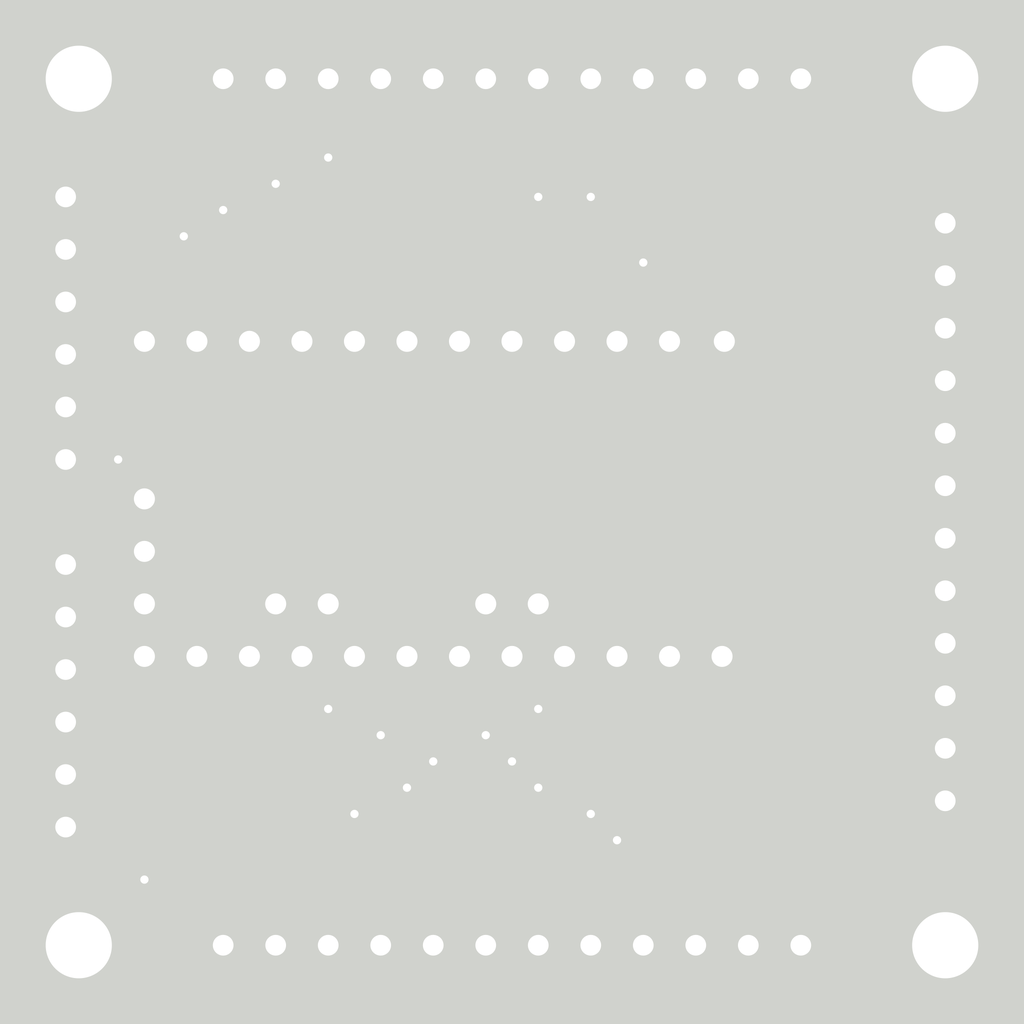
<source format=kicad_pcb>
(kicad_pcb (version 4) (host pcbnew 4.0.7+dfsg1-1~bpo9+1)

  (general
    (links 48)
    (no_connects 0)
    (area 108.585 31.115 158.115001 80.645001)
    (thickness 1.6)
    (drawings 41)
    (tracks 176)
    (zones 0)
    (modules 10)
    (nets 27)
  )

  (page A4)
  (layers
    (0 F.Cu signal)
    (31 B.Cu signal)
    (32 B.Adhes user)
    (33 F.Adhes user)
    (34 B.Paste user)
    (35 F.Paste user)
    (36 B.SilkS user)
    (37 F.SilkS user)
    (38 B.Mask user)
    (39 F.Mask user)
    (40 Dwgs.User user)
    (41 Cmts.User user)
    (42 Eco1.User user)
    (43 Eco2.User user)
    (44 Edge.Cuts user)
    (45 Margin user)
    (46 B.CrtYd user)
    (47 F.CrtYd user)
    (48 B.Fab user)
    (49 F.Fab user)
  )

  (setup
    (last_trace_width 0.25)
    (user_trace_width 0.5)
    (user_trace_width 0.5)
    (trace_clearance 0.2)
    (zone_clearance 0.508)
    (zone_45_only no)
    (trace_min 0.2)
    (segment_width 0.2)
    (edge_width 0.1)
    (via_size 0.6)
    (via_drill 0.4)
    (via_min_size 0.4)
    (via_min_drill 0.3)
    (uvia_size 0.3)
    (uvia_drill 0.1)
    (uvias_allowed no)
    (uvia_min_size 0.2)
    (uvia_min_drill 0.1)
    (pcb_text_width 0.3)
    (pcb_text_size 1.5 1.5)
    (mod_edge_width 0.15)
    (mod_text_size 1 1)
    (mod_text_width 0.15)
    (pad_size 1.5 1.5)
    (pad_drill 0.6)
    (pad_to_mask_clearance 0)
    (aux_axis_origin 0 0)
    (visible_elements FFFFFFFF)
    (pcbplotparams
      (layerselection 0x00030_80000001)
      (usegerberextensions false)
      (excludeedgelayer true)
      (linewidth 0.100000)
      (plotframeref false)
      (viasonmask false)
      (mode 1)
      (useauxorigin false)
      (hpglpennumber 1)
      (hpglpenspeed 20)
      (hpglpendiameter 15)
      (hpglpenoverlay 2)
      (psnegative false)
      (psa4output false)
      (plotreference true)
      (plotvalue true)
      (plotinvisibletext false)
      (padsonsilk false)
      (subtractmaskfromsilk false)
      (outputformat 1)
      (mirror false)
      (drillshape 1)
      (scaleselection 1)
      (outputdirectory ""))
  )

  (net 0 "")
  (net 1 /A5)
  (net 2 /A4)
  (net 3 /VCC)
  (net 4 /VIN)
  (net 5 /GND)
  (net 6 /D13)
  (net 7 /D12)
  (net 8 /D11)
  (net 9 /D10)
  (net 10 /D1)
  (net 11 /D0)
  (net 12 /D2)
  (net 13 /D3)
  (net 14 /D4)
  (net 15 /D5)
  (net 16 /D6)
  (net 17 /D7)
  (net 18 /D8)
  (net 19 /D9)
  (net 20 /A0)
  (net 21 /A1)
  (net 22 /A2)
  (net 23 /A3)
  (net 24 /A7)
  (net 25 /A6)
  (net 26 /RESET)

  (net_class Default "This is the default net class."
    (clearance 0.2)
    (trace_width 0.25)
    (via_dia 0.6)
    (via_drill 0.4)
    (uvia_dia 0.3)
    (uvia_drill 0.1)
    (add_net /A0)
    (add_net /A1)
    (add_net /A2)
    (add_net /A3)
    (add_net /A4)
    (add_net /A5)
    (add_net /A6)
    (add_net /A7)
    (add_net /D0)
    (add_net /D1)
    (add_net /D10)
    (add_net /D11)
    (add_net /D12)
    (add_net /D13)
    (add_net /D2)
    (add_net /D3)
    (add_net /D4)
    (add_net /D5)
    (add_net /D6)
    (add_net /D7)
    (add_net /D8)
    (add_net /D9)
    (add_net /GND)
    (add_net /RESET)
    (add_net /VCC)
    (add_net /VIN)
  )

  (module Mounting_Holes:MountingHole_3.2mm_M3 (layer F.Cu) (tedit 5AE78D53) (tstamp 5AD37429)
    (at 154.305 34.925)
    (descr "Mounting Hole 3.2mm, no annular, M3")
    (tags "mounting hole 3.2mm no annular m3")
    (fp_text reference X (at 0 0) (layer F.Fab)
      (effects (font (size 1 1) (thickness 0.15)))
    )
    (fp_text value M3 (at 0 2.54) (layer F.Fab)
      (effects (font (size 1 1) (thickness 0.15)))
    )
    (fp_circle (center 0 0) (end 3.2 0) (layer Cmts.User) (width 0.15))
    (fp_circle (center 0 0) (end 3.45 0) (layer F.CrtYd) (width 0.05))
    (pad 1 np_thru_hole circle (at 0 0) (size 3.2 3.2) (drill 3.2) (layers *.Cu *.Mask))
  )

  (module Mounting_Holes:MountingHole_3.2mm_M3 (layer F.Cu) (tedit 5AE78D5C) (tstamp 5AD374E5)
    (at 112.395 34.925)
    (descr "Mounting Hole 3.2mm, no annular, M3")
    (tags "mounting hole 3.2mm no annular m3")
    (fp_text reference X (at 0 0) (layer F.Fab)
      (effects (font (size 1 1) (thickness 0.15)))
    )
    (fp_text value M3 (at 0 2.54) (layer F.Fab)
      (effects (font (size 1 1) (thickness 0.15)))
    )
    (fp_circle (center 0 0) (end 3.2 0) (layer Cmts.User) (width 0.15))
    (fp_circle (center 0 0) (end 3.45 0) (layer F.CrtYd) (width 0.05))
    (pad 1 np_thru_hole circle (at 0 0) (size 3.2 3.2) (drill 3.2) (layers *.Cu *.Mask))
  )

  (module Socket_Strips:Socket_Strip_Straight_1x12_Pitch2.54mm (layer F.Cu) (tedit 5AE77EE6) (tstamp 5AC36A5F)
    (at 119.38 34.925 90)
    (descr "Through hole straight socket strip, 1x12, 2.54mm pitch, single row")
    (tags "Through hole socket strip THT 1x12 2.54mm single row")
    (path /5AC3A80A)
    (fp_text reference O1 (at 0 -2.33 90) (layer F.Fab)
      (effects (font (size 1 1) (thickness 0.15)))
    )
    (fp_text value SerialOutput (at 2.54 17.145 180) (layer F.Fab)
      (effects (font (size 1 1) (thickness 0.15)))
    )
    (fp_line (start -1.27 -1.27) (end -1.27 29.21) (layer F.Fab) (width 0.1))
    (fp_line (start -1.27 29.21) (end 1.27 29.21) (layer F.Fab) (width 0.1))
    (fp_line (start 1.27 29.21) (end 1.27 -1.27) (layer F.Fab) (width 0.1))
    (fp_line (start 1.27 -1.27) (end -1.27 -1.27) (layer F.Fab) (width 0.1))
    (fp_line (start -1.33 1.27) (end -1.33 29.27) (layer F.SilkS) (width 0.12))
    (fp_line (start -1.33 29.27) (end 1.33 29.27) (layer F.SilkS) (width 0.12))
    (fp_line (start 1.33 29.27) (end 1.33 1.27) (layer F.SilkS) (width 0.12))
    (fp_line (start 1.33 1.27) (end -1.33 1.27) (layer F.SilkS) (width 0.12))
    (fp_line (start -1.33 0) (end -1.33 -1.33) (layer F.SilkS) (width 0.12))
    (fp_line (start -1.33 -1.33) (end 0 -1.33) (layer F.SilkS) (width 0.12))
    (fp_line (start -1.8 -1.8) (end -1.8 29.75) (layer F.CrtYd) (width 0.05))
    (fp_line (start -1.8 29.75) (end 1.8 29.75) (layer F.CrtYd) (width 0.05))
    (fp_line (start 1.8 29.75) (end 1.8 -1.8) (layer F.CrtYd) (width 0.05))
    (fp_line (start 1.8 -1.8) (end -1.8 -1.8) (layer F.CrtYd) (width 0.05))
    (fp_text user %R (at 0 -2.33 90) (layer F.Fab) hide
      (effects (font (size 1 1) (thickness 0.15)))
    )
    (pad 1 thru_hole rect (at 0 0 90) (size 1.7 1.7) (drill 1) (layers *.Cu *.Mask)
      (net 4 /VIN))
    (pad 2 thru_hole oval (at 0 2.54 90) (size 1.7 1.7) (drill 1) (layers *.Cu *.Mask)
      (net 3 /VCC))
    (pad 3 thru_hole oval (at 0 5.08 90) (size 1.7 1.7) (drill 1) (layers *.Cu *.Mask)
      (net 5 /GND))
    (pad 4 thru_hole oval (at 0 7.62 90) (size 1.7 1.7) (drill 1) (layers *.Cu *.Mask))
    (pad 5 thru_hole oval (at 0 10.16 90) (size 1.7 1.7) (drill 1) (layers *.Cu *.Mask)
      (net 6 /D13))
    (pad 6 thru_hole oval (at 0 12.7 90) (size 1.7 1.7) (drill 1) (layers *.Cu *.Mask)
      (net 7 /D12))
    (pad 7 thru_hole oval (at 0 15.24 90) (size 1.7 1.7) (drill 1) (layers *.Cu *.Mask)
      (net 8 /D11))
    (pad 8 thru_hole oval (at 0 17.78 90) (size 1.7 1.7) (drill 1) (layers *.Cu *.Mask)
      (net 9 /D10))
    (pad 9 thru_hole oval (at 0 20.32 90) (size 1.7 1.7) (drill 1) (layers *.Cu *.Mask)
      (net 2 /A4))
    (pad 10 thru_hole oval (at 0 22.86 90) (size 1.7 1.7) (drill 1) (layers *.Cu *.Mask)
      (net 1 /A5))
    (pad 11 thru_hole oval (at 0 25.4 90) (size 1.7 1.7) (drill 1) (layers *.Cu *.Mask)
      (net 10 /D1))
    (pad 12 thru_hole oval (at 0 27.94 90) (size 1.7 1.7) (drill 1) (layers *.Cu *.Mask)
      (net 11 /D0))
    (model ${KISYS3DMOD}/Socket_Strips.3dshapes/Socket_Strip_Straight_1x12_Pitch2.54mm.wrl
      (at (xyz 0 -0.55 0))
      (scale (xyz 1 1 1))
      (rotate (xyz 0 0 270))
    )
  )

  (module Socket_Strips:Socket_Strip_Straight_1x12_Pitch2.54mm (layer F.Cu) (tedit 5AE77EFD) (tstamp 5ACB7725)
    (at 154.305 41.91)
    (descr "Through hole straight socket strip, 1x12, 2.54mm pitch, single row")
    (tags "Through hole socket strip THT 1x12 2.54mm single row")
    (path /5AC3A751)
    (fp_text reference O2 (at 0 -2.33) (layer F.Fab)
      (effects (font (size 1 1) (thickness 0.15)))
    )
    (fp_text value Output (at 0 30.27) (layer F.Fab)
      (effects (font (size 1 1) (thickness 0.15)))
    )
    (fp_line (start -1.27 -1.27) (end -1.27 29.21) (layer F.Fab) (width 0.1))
    (fp_line (start -1.27 29.21) (end 1.27 29.21) (layer F.Fab) (width 0.1))
    (fp_line (start 1.27 29.21) (end 1.27 -1.27) (layer F.Fab) (width 0.1))
    (fp_line (start 1.27 -1.27) (end -1.27 -1.27) (layer F.Fab) (width 0.1))
    (fp_line (start -1.33 1.27) (end -1.33 29.27) (layer F.SilkS) (width 0.12))
    (fp_line (start -1.33 29.27) (end 1.33 29.27) (layer F.SilkS) (width 0.12))
    (fp_line (start 1.33 29.27) (end 1.33 1.27) (layer F.SilkS) (width 0.12))
    (fp_line (start 1.33 1.27) (end -1.33 1.27) (layer F.SilkS) (width 0.12))
    (fp_line (start -1.33 0) (end -1.33 -1.33) (layer F.SilkS) (width 0.12))
    (fp_line (start -1.33 -1.33) (end 0 -1.33) (layer F.SilkS) (width 0.12))
    (fp_line (start -1.8 -1.8) (end -1.8 29.75) (layer F.CrtYd) (width 0.05))
    (fp_line (start -1.8 29.75) (end 1.8 29.75) (layer F.CrtYd) (width 0.05))
    (fp_line (start 1.8 29.75) (end 1.8 -1.8) (layer F.CrtYd) (width 0.05))
    (fp_line (start 1.8 -1.8) (end -1.8 -1.8) (layer F.CrtYd) (width 0.05))
    (fp_text user %R (at 0 -2.33) (layer F.Fab) hide
      (effects (font (size 1 1) (thickness 0.15)))
    )
    (pad 1 thru_hole rect (at 0 0) (size 1.7 1.7) (drill 1) (layers *.Cu *.Mask)
      (net 4 /VIN))
    (pad 2 thru_hole oval (at 0 2.54) (size 1.7 1.7) (drill 1) (layers *.Cu *.Mask)
      (net 3 /VCC))
    (pad 3 thru_hole oval (at 0 5.08) (size 1.7 1.7) (drill 1) (layers *.Cu *.Mask)
      (net 5 /GND))
    (pad 4 thru_hole oval (at 0 7.62) (size 1.7 1.7) (drill 1) (layers *.Cu *.Mask))
    (pad 5 thru_hole oval (at 0 10.16) (size 1.7 1.7) (drill 1) (layers *.Cu *.Mask)
      (net 12 /D2))
    (pad 6 thru_hole oval (at 0 12.7) (size 1.7 1.7) (drill 1) (layers *.Cu *.Mask)
      (net 13 /D3))
    (pad 7 thru_hole oval (at 0 15.24) (size 1.7 1.7) (drill 1) (layers *.Cu *.Mask)
      (net 14 /D4))
    (pad 8 thru_hole oval (at 0 17.78) (size 1.7 1.7) (drill 1) (layers *.Cu *.Mask)
      (net 15 /D5))
    (pad 9 thru_hole oval (at 0 20.32) (size 1.7 1.7) (drill 1) (layers *.Cu *.Mask)
      (net 16 /D6))
    (pad 10 thru_hole oval (at 0 22.86) (size 1.7 1.7) (drill 1) (layers *.Cu *.Mask)
      (net 17 /D7))
    (pad 11 thru_hole oval (at 0 25.4) (size 1.7 1.7) (drill 1) (layers *.Cu *.Mask)
      (net 18 /D8))
    (pad 12 thru_hole oval (at 0 27.94) (size 1.7 1.7) (drill 1) (layers *.Cu *.Mask)
      (net 19 /D9))
    (model ${KISYS3DMOD}/Socket_Strips.3dshapes/Socket_Strip_Straight_1x12_Pitch2.54mm.wrl
      (at (xyz 0 -0.55 0))
      (scale (xyz 1 1 1))
      (rotate (xyz 0 0 270))
    )
  )

  (module Socket_Strips:Socket_Strip_Straight_1x12_Pitch2.54mm (layer F.Cu) (tedit 5AE77EF3) (tstamp 5ACB7743)
    (at 147.32 76.835 270)
    (descr "Through hole straight socket strip, 1x12, 2.54mm pitch, single row")
    (tags "Through hole socket strip THT 1x12 2.54mm single row")
    (path /5AC3A8AB)
    (fp_text reference O3 (at 0 -2.33 270) (layer F.Fab)
      (effects (font (size 1 1) (thickness 0.15)))
    )
    (fp_text value Output (at 0 30.27 270) (layer F.Fab)
      (effects (font (size 1 1) (thickness 0.15)))
    )
    (fp_line (start -1.27 -1.27) (end -1.27 29.21) (layer F.Fab) (width 0.1))
    (fp_line (start -1.27 29.21) (end 1.27 29.21) (layer F.Fab) (width 0.1))
    (fp_line (start 1.27 29.21) (end 1.27 -1.27) (layer F.Fab) (width 0.1))
    (fp_line (start 1.27 -1.27) (end -1.27 -1.27) (layer F.Fab) (width 0.1))
    (fp_line (start -1.33 1.27) (end -1.33 29.27) (layer F.SilkS) (width 0.12))
    (fp_line (start -1.33 29.27) (end 1.33 29.27) (layer F.SilkS) (width 0.12))
    (fp_line (start 1.33 29.27) (end 1.33 1.27) (layer F.SilkS) (width 0.12))
    (fp_line (start 1.33 1.27) (end -1.33 1.27) (layer F.SilkS) (width 0.12))
    (fp_line (start -1.33 0) (end -1.33 -1.33) (layer F.SilkS) (width 0.12))
    (fp_line (start -1.33 -1.33) (end 0 -1.33) (layer F.SilkS) (width 0.12))
    (fp_line (start -1.8 -1.8) (end -1.8 29.75) (layer F.CrtYd) (width 0.05))
    (fp_line (start -1.8 29.75) (end 1.8 29.75) (layer F.CrtYd) (width 0.05))
    (fp_line (start 1.8 29.75) (end 1.8 -1.8) (layer F.CrtYd) (width 0.05))
    (fp_line (start 1.8 -1.8) (end -1.8 -1.8) (layer F.CrtYd) (width 0.05))
    (fp_text user %R (at 0 -2.33 270) (layer F.Fab) hide
      (effects (font (size 1 1) (thickness 0.15)))
    )
    (pad 1 thru_hole rect (at 0 0 270) (size 1.7 1.7) (drill 1) (layers *.Cu *.Mask)
      (net 4 /VIN))
    (pad 2 thru_hole oval (at 0 2.54 270) (size 1.7 1.7) (drill 1) (layers *.Cu *.Mask)
      (net 3 /VCC))
    (pad 3 thru_hole oval (at 0 5.08 270) (size 1.7 1.7) (drill 1) (layers *.Cu *.Mask)
      (net 5 /GND))
    (pad 4 thru_hole oval (at 0 7.62 270) (size 1.7 1.7) (drill 1) (layers *.Cu *.Mask))
    (pad 5 thru_hole oval (at 0 10.16 270) (size 1.7 1.7) (drill 1) (layers *.Cu *.Mask)
      (net 20 /A0))
    (pad 6 thru_hole oval (at 0 12.7 270) (size 1.7 1.7) (drill 1) (layers *.Cu *.Mask)
      (net 21 /A1))
    (pad 7 thru_hole oval (at 0 15.24 270) (size 1.7 1.7) (drill 1) (layers *.Cu *.Mask)
      (net 22 /A2))
    (pad 8 thru_hole oval (at 0 17.78 270) (size 1.7 1.7) (drill 1) (layers *.Cu *.Mask)
      (net 23 /A3))
    (pad 9 thru_hole oval (at 0 20.32 270) (size 1.7 1.7) (drill 1) (layers *.Cu *.Mask)
      (net 2 /A4))
    (pad 10 thru_hole oval (at 0 22.86 270) (size 1.7 1.7) (drill 1) (layers *.Cu *.Mask)
      (net 1 /A5))
    (pad 11 thru_hole oval (at 0 25.4 270) (size 1.7 1.7) (drill 1) (layers *.Cu *.Mask)
      (net 25 /A6))
    (pad 12 thru_hole oval (at 0 27.94 270) (size 1.7 1.7) (drill 1) (layers *.Cu *.Mask)
      (net 24 /A7))
    (model ${KISYS3DMOD}/Socket_Strips.3dshapes/Socket_Strip_Straight_1x12_Pitch2.54mm.wrl
      (at (xyz 0 -0.55 0))
      (scale (xyz 1 1 1))
      (rotate (xyz 0 0 270))
    )
  )

  (module Mounting_Holes:MountingHole_3.2mm_M3 (layer F.Cu) (tedit 5AC36F82) (tstamp 5AD3745B)
    (at 154.305 76.835)
    (descr "Mounting Hole 3.2mm, no annular, M3")
    (tags "mounting hole 3.2mm no annular m3")
    (fp_text reference "" (at 0 -4.2) (layer F.Fab)
      (effects (font (size 1 1) (thickness 0.15)))
    )
    (fp_text value M3 (at 0 -2.54) (layer F.Fab)
      (effects (font (size 1 1) (thickness 0.15)))
    )
    (fp_circle (center 0 0) (end 3.2 0) (layer Cmts.User) (width 0.15))
    (fp_circle (center 0 0) (end 3.45 0) (layer F.CrtYd) (width 0.05))
    (pad 1 np_thru_hole circle (at 0 0) (size 3.2 3.2) (drill 3.2) (layers *.Cu *.Mask))
  )

  (module Mounting_Holes:MountingHole_3.2mm_M3 (layer F.Cu) (tedit 5AC36FB5) (tstamp 5AD37483)
    (at 112.395 76.835)
    (descr "Mounting Hole 3.2mm, no annular, M3")
    (tags "mounting hole 3.2mm no annular m3")
    (fp_text reference "" (at 0 -4.2) (layer F.Fab)
      (effects (font (size 1 1) (thickness 0.15)))
    )
    (fp_text value M3 (at 0 -2.54) (layer F.Fab)
      (effects (font (size 1 1) (thickness 0.15)))
    )
    (fp_circle (center 0 0) (end 3.2 0) (layer Cmts.User) (width 0.15))
    (fp_circle (center 0 0) (end 3.45 0) (layer F.CrtYd) (width 0.05))
    (pad 1 np_thru_hole circle (at 0 0) (size 3.2 3.2) (drill 3.2) (layers *.Cu *.Mask))
  )

  (module Arduino:Arduino_ProMini_NoICSP (layer F.Cu) (tedit 5AE78D84) (tstamp 5AE7887F)
    (at 114.3 46.355 270)
    (descr https://store.arduino.cc/arduino-mini-05)
    (path /5AE78720)
    (fp_text reference XA1 (at 2.54 -34.036 270) (layer F.Fab)
      (effects (font (size 1 1) (thickness 0.15)))
    )
    (fp_text value Arduino_Mini_01_Socket (at 5.715 -15.875 360) (layer F.Fab)
      (effects (font (size 1 1) (thickness 0.15)))
    )
    (fp_line (start -0.254 0.254) (end -0.254 -33.274) (layer F.CrtYd) (width 0.15))
    (fp_line (start -0.254 -33.274) (end 18.034 -33.274) (layer F.CrtYd) (width 0.15))
    (fp_line (start 18.034 -33.274) (end 18.034 0.254) (layer F.CrtYd) (width 0.15))
    (fp_line (start 18.034 0.254) (end -0.254 0.254) (layer F.CrtYd) (width 0.15))
    (fp_text user RST (at 14.986 -24.13 360) (layer F.SilkS)
      (effects (font (size 0.5 0.5) (thickness 0.075)))
    )
    (fp_line (start 0 0) (end 0 -32.93) (layer F.SilkS) (width 0.15))
    (fp_line (start 0 -32.93) (end 17.78 -32.93) (layer F.SilkS) (width 0.15))
    (fp_line (start 17.78 -32.93) (end 17.78 0) (layer F.SilkS) (width 0.15))
    (fp_line (start 17.78 0) (end 0 0) (layer F.SilkS) (width 0.15))
    (fp_circle (center 15.24 -31.75) (end 15.74 -31.75) (layer F.Fab) (width 0.15))
    (fp_circle (center 12.7 -31.75) (end 13.2 -31.75) (layer F.Fab) (width 0.15))
    (fp_circle (center 10.16 -31.75) (end 10.66 -31.75) (layer F.Fab) (width 0.15))
    (fp_circle (center 7.62 -31.75) (end 8.12 -31.75) (layer F.Fab) (width 0.15))
    (fp_circle (center 5.08 -31.75) (end 5.58 -31.75) (layer F.Fab) (width 0.15))
    (fp_circle (center 2.54 -31.75) (end 3.04 -31.75) (layer F.Fab) (width 0.15))
    (pad D11 thru_hole circle (at 16.51 -3.81 270) (size 1.7272 1.7272) (drill 1.016) (layers *.Cu *.Mask)
      (net 8 /D11))
    (pad D12 thru_hole circle (at 16.51 -6.35 270) (size 1.7272 1.7272) (drill 1.016) (layers *.Cu *.Mask)
      (net 7 /D12))
    (pad D13 thru_hole circle (at 16.51 -8.89 270) (size 1.7272 1.7272) (drill 1.016) (layers *.Cu *.Mask)
      (net 6 /D13))
    (pad A0 thru_hole circle (at 16.51 -11.43 270) (size 1.7272 1.7272) (drill 1.016) (layers *.Cu *.Mask)
      (net 20 /A0))
    (pad A1 thru_hole circle (at 16.51 -13.97 270) (size 1.7272 1.7272) (drill 1.016) (layers *.Cu *.Mask)
      (net 21 /A1))
    (pad A2 thru_hole circle (at 16.51 -16.51 270) (size 1.7272 1.7272) (drill 1.016) (layers *.Cu *.Mask)
      (net 22 /A2))
    (pad A3 thru_hole circle (at 16.51 -19.05 270) (size 1.7272 1.7272) (drill 1.016) (layers *.Cu *.Mask)
      (net 23 /A3))
    (pad A4 thru_hole circle (at 13.97 -17.78 270) (size 1.7272 1.7272) (drill 1.016) (layers *.Cu *.Mask)
      (net 2 /A4))
    (pad A5 thru_hole circle (at 13.97 -20.32 270) (size 1.7272 1.7272) (drill 1.016) (layers *.Cu *.Mask)
      (net 1 /A5))
    (pad A6 thru_hole circle (at 11.43 -1.27 270) (size 1.7272 1.7272) (drill 1.016) (layers *.Cu *.Mask)
      (net 25 /A6))
    (pad A7 thru_hole circle (at 13.97 -1.27 270) (size 1.7272 1.7272) (drill 1.016) (layers *.Cu *.Mask)
      (net 24 /A7))
    (pad A6 thru_hole circle (at 13.97 -7.62 270) (size 1.7272 1.7272) (drill 1.016) (layers *.Cu *.Mask)
      (net 25 /A6))
    (pad A7 thru_hole circle (at 13.97 -10.16 270) (size 1.7272 1.7272) (drill 1.016) (layers *.Cu *.Mask)
      (net 24 /A7))
    (pad GND4 thru_hole circle (at 8.89 -1.27 270) (size 1.7272 1.7272) (drill 1.016) (layers *.Cu *.Mask)
      (net 5 /GND))
    (pad 5V1 thru_hole circle (at 16.51 -21.59 270) (size 1.7272 1.7272) (drill 1.016) (layers *.Cu *.Mask)
      (net 3 /VCC))
    (pad RST2 thru_hole circle (at 16.51 -24.13 270) (size 1.7272 1.7272) (drill 1.016) (layers *.Cu *.Mask)
      (net 26 /RESET))
    (pad GND2 thru_hole circle (at 16.51 -26.67 270) (size 1.7272 1.7272) (drill 1.016) (layers *.Cu *.Mask)
      (net 5 /GND))
    (pad VIN thru_hole circle (at 16.51 -29.21 270) (size 1.7272 1.7272) (drill 1.016) (layers *.Cu *.Mask)
      (net 4 /VIN))
    (pad D10 thru_hole circle (at 16.51 -1.27 270) (size 1.7272 1.7272) (drill 1.016) (layers *.Cu *.Mask)
      (net 9 /D10))
    (pad D0 thru_hole circle (at 1.27 -29.32 270) (size 1.7272 1.7272) (drill 1.016) (layers *.Cu *.Mask)
      (net 11 /D0))
    (pad D1 thru_hole circle (at 1.27 -26.67 270) (size 1.7272 1.7272) (drill 1.016) (layers *.Cu *.Mask)
      (net 10 /D1))
    (pad RST1 thru_hole circle (at 1.27 -24.13 270) (size 1.7272 1.7272) (drill 1.016) (layers *.Cu *.Mask))
    (pad GND1 thru_hole circle (at 1.27 -21.59 270) (size 1.7272 1.7272) (drill 1.016) (layers *.Cu *.Mask))
    (pad D2 thru_hole circle (at 1.27 -19.05 270) (size 1.7272 1.7272) (drill 1.016) (layers *.Cu *.Mask)
      (net 12 /D2))
    (pad D3 thru_hole circle (at 1.27 -16.51 270) (size 1.7272 1.7272) (drill 1.016) (layers *.Cu *.Mask)
      (net 13 /D3))
    (pad D4 thru_hole circle (at 1.27 -13.97 270) (size 1.7272 1.7272) (drill 1.016) (layers *.Cu *.Mask)
      (net 14 /D4))
    (pad D5 thru_hole circle (at 1.27 -11.43 270) (size 1.7272 1.7272) (drill 1.016) (layers *.Cu *.Mask)
      (net 15 /D5))
    (pad D6 thru_hole circle (at 1.27 -8.89 270) (size 1.7272 1.7272) (drill 1.016) (layers *.Cu *.Mask)
      (net 16 /D6))
    (pad D7 thru_hole circle (at 1.27 -6.35 270) (size 1.7272 1.7272) (drill 1.016) (layers *.Cu *.Mask)
      (net 17 /D7))
    (pad D8 thru_hole circle (at 1.27 -3.81 270) (size 1.7272 1.7272) (drill 1.016) (layers *.Cu *.Mask)
      (net 18 /D8))
    (pad D9 thru_hole circle (at 1.27 -1.27 270) (size 1.7272 1.7272) (drill 1.016) (layers *.Cu *.Mask)
      (net 19 /D9))
  )

  (module Pin_Headers:Pin_Header_Straight_1x06_Pitch2.54mm (layer F.Cu) (tedit 5AE78CE4) (tstamp 5AE78B99)
    (at 111.76 58.42)
    (descr "Through hole straight pin header, 1x06, 2.54mm pitch, single row")
    (tags "Through hole pin header THT 1x06 2.54mm single row")
    (path /5AE78A82)
    (fp_text reference FT1 (at 0 -2.33) (layer F.Fab)
      (effects (font (size 1 1) (thickness 0.15)))
    )
    (fp_text value FTDI (at 0 15.03) (layer F.Fab)
      (effects (font (size 1 1) (thickness 0.15)))
    )
    (fp_line (start -0.635 -1.27) (end 1.27 -1.27) (layer F.Fab) (width 0.1))
    (fp_line (start 1.27 -1.27) (end 1.27 13.97) (layer F.Fab) (width 0.1))
    (fp_line (start 1.27 13.97) (end -1.27 13.97) (layer F.Fab) (width 0.1))
    (fp_line (start -1.27 13.97) (end -1.27 -0.635) (layer F.Fab) (width 0.1))
    (fp_line (start -1.27 -0.635) (end -0.635 -1.27) (layer F.Fab) (width 0.1))
    (fp_line (start -1.33 14.03) (end 1.33 14.03) (layer F.SilkS) (width 0.12))
    (fp_line (start -1.33 1.27) (end -1.33 14.03) (layer F.SilkS) (width 0.12))
    (fp_line (start 1.33 1.27) (end 1.33 14.03) (layer F.SilkS) (width 0.12))
    (fp_line (start -1.33 1.27) (end 1.33 1.27) (layer F.SilkS) (width 0.12))
    (fp_line (start -1.33 0) (end -1.33 -1.33) (layer F.SilkS) (width 0.12))
    (fp_line (start -1.33 -1.33) (end 0 -1.33) (layer F.SilkS) (width 0.12))
    (fp_line (start -1.8 -1.8) (end -1.8 14.5) (layer F.CrtYd) (width 0.05))
    (fp_line (start -1.8 14.5) (end 1.8 14.5) (layer F.CrtYd) (width 0.05))
    (fp_line (start 1.8 14.5) (end 1.8 -1.8) (layer F.CrtYd) (width 0.05))
    (fp_line (start 1.8 -1.8) (end -1.8 -1.8) (layer F.CrtYd) (width 0.05))
    (fp_text user %R (at 0 6.35 90) (layer F.Fab)
      (effects (font (size 1 1) (thickness 0.15)))
    )
    (pad 1 thru_hole rect (at 0 0) (size 1.7 1.7) (drill 1) (layers *.Cu *.Mask)
      (net 5 /GND))
    (pad 2 thru_hole oval (at 0 2.54) (size 1.7 1.7) (drill 1) (layers *.Cu *.Mask)
      (net 5 /GND))
    (pad 3 thru_hole oval (at 0 5.08) (size 1.7 1.7) (drill 1) (layers *.Cu *.Mask)
      (net 3 /VCC))
    (pad 4 thru_hole oval (at 0 7.62) (size 1.7 1.7) (drill 1) (layers *.Cu *.Mask)
      (net 10 /D1))
    (pad 5 thru_hole oval (at 0 10.16) (size 1.7 1.7) (drill 1) (layers *.Cu *.Mask)
      (net 11 /D0))
    (pad 6 thru_hole oval (at 0 12.7) (size 1.7 1.7) (drill 1) (layers *.Cu *.Mask)
      (net 26 /RESET))
    (model ${KISYS3DMOD}/Pin_Headers.3dshapes/Pin_Header_Straight_1x06_Pitch2.54mm.wrl
      (at (xyz 0 0 0))
      (scale (xyz 1 1 1))
      (rotate (xyz 0 0 0))
    )
  )

  (module Pin_Headers:Pin_Header_Straight_1x06_Pitch2.54mm (layer F.Cu) (tedit 5AE78CDD) (tstamp 5AE78BB3)
    (at 111.76 40.64)
    (descr "Through hole straight pin header, 1x06, 2.54mm pitch, single row")
    (tags "Through hole pin header THT 1x06 2.54mm single row")
    (path /5AE78D08)
    (fp_text reference FT2 (at 0 -2.33) (layer F.Fab)
      (effects (font (size 1 1) (thickness 0.15)))
    )
    (fp_text value FTDI (at 0 15.03) (layer F.Fab)
      (effects (font (size 1 1) (thickness 0.15)))
    )
    (fp_line (start -0.635 -1.27) (end 1.27 -1.27) (layer F.Fab) (width 0.1))
    (fp_line (start 1.27 -1.27) (end 1.27 13.97) (layer F.Fab) (width 0.1))
    (fp_line (start 1.27 13.97) (end -1.27 13.97) (layer F.Fab) (width 0.1))
    (fp_line (start -1.27 13.97) (end -1.27 -0.635) (layer F.Fab) (width 0.1))
    (fp_line (start -1.27 -0.635) (end -0.635 -1.27) (layer F.Fab) (width 0.1))
    (fp_line (start -1.33 14.03) (end 1.33 14.03) (layer F.SilkS) (width 0.12))
    (fp_line (start -1.33 1.27) (end -1.33 14.03) (layer F.SilkS) (width 0.12))
    (fp_line (start 1.33 1.27) (end 1.33 14.03) (layer F.SilkS) (width 0.12))
    (fp_line (start -1.33 1.27) (end 1.33 1.27) (layer F.SilkS) (width 0.12))
    (fp_line (start -1.33 0) (end -1.33 -1.33) (layer F.SilkS) (width 0.12))
    (fp_line (start -1.33 -1.33) (end 0 -1.33) (layer F.SilkS) (width 0.12))
    (fp_line (start -1.8 -1.8) (end -1.8 14.5) (layer F.CrtYd) (width 0.05))
    (fp_line (start -1.8 14.5) (end 1.8 14.5) (layer F.CrtYd) (width 0.05))
    (fp_line (start 1.8 14.5) (end 1.8 -1.8) (layer F.CrtYd) (width 0.05))
    (fp_line (start 1.8 -1.8) (end -1.8 -1.8) (layer F.CrtYd) (width 0.05))
    (fp_text user %R (at 0 6.35 90) (layer F.Fab)
      (effects (font (size 1 1) (thickness 0.15)))
    )
    (pad 1 thru_hole rect (at 0 0) (size 1.7 1.7) (drill 1) (layers *.Cu *.Mask)
      (net 5 /GND))
    (pad 2 thru_hole oval (at 0 2.54) (size 1.7 1.7) (drill 1) (layers *.Cu *.Mask)
      (net 5 /GND))
    (pad 3 thru_hole oval (at 0 5.08) (size 1.7 1.7) (drill 1) (layers *.Cu *.Mask)
      (net 3 /VCC))
    (pad 4 thru_hole oval (at 0 7.62) (size 1.7 1.7) (drill 1) (layers *.Cu *.Mask)
      (net 11 /D0))
    (pad 5 thru_hole oval (at 0 10.16) (size 1.7 1.7) (drill 1) (layers *.Cu *.Mask)
      (net 10 /D1))
    (pad 6 thru_hole oval (at 0 12.7) (size 1.7 1.7) (drill 1) (layers *.Cu *.Mask)
      (net 26 /RESET))
    (model ${KISYS3DMOD}/Pin_Headers.3dshapes/Pin_Header_Straight_1x06_Pitch2.54mm.wrl
      (at (xyz 0 0 0))
      (scale (xyz 1 1 1))
      (rotate (xyz 0 0 0))
    )
  )

  (gr_text CTS (at 114.935 60.96) (layer B.SilkS)
    (effects (font (size 1 1) (thickness 0.2)) (justify right mirror))
  )
  (gr_text VCC (at 114.3 64.135) (layer B.SilkS)
    (effects (font (size 1 1) (thickness 0.2)) (justify right mirror))
  )
  (gr_text Reset (at 114.3 70.485) (layer B.SilkS)
    (effects (font (size 1 1) (thickness 0.2)) (justify right mirror))
  )
  (gr_text RDX (at 114.3 68.58) (layer B.SilkS)
    (effects (font (size 1 1) (thickness 0.2)) (justify right mirror))
  )
  (gr_text TDX (at 114.3 66.04) (layer B.SilkS)
    (effects (font (size 1 1) (thickness 0.2)) (justify right mirror))
  )
  (gr_text RDX (at 114.3 48.895) (layer B.SilkS)
    (effects (font (size 1 1) (thickness 0.2)) (justify right mirror))
  )
  (gr_text GND (at 114.3 58.42) (layer B.SilkS)
    (effects (font (size 1 1) (thickness 0.2)) (justify right mirror))
  )
  (gr_text Reset (at 114.3 53.34) (layer B.SilkS)
    (effects (font (size 1 1) (thickness 0.2)) (justify right mirror))
  )
  (gr_text TDX (at 114.3 50.8) (layer B.SilkS)
    (effects (font (size 1 1) (thickness 0.2)) (justify right mirror))
  )
  (gr_text VCC (at 113.665 45.72) (layer B.SilkS)
    (effects (font (size 1 1) (thickness 0.2)) (justify right mirror))
  )
  (gr_text CTS (at 113.665 43.18) (layer B.SilkS)
    (effects (font (size 1 1) (thickness 0.2)) (justify right mirror))
  )
  (gr_text GND (at 113.665 40.64) (layer B.SilkS)
    (effects (font (size 1 1) (thickness 0.2)) (justify right mirror))
  )
  (gr_text "Arduino Pro Mini" (at 130.81 55.245) (layer F.SilkS)
    (effects (font (size 1.5 1.5) (thickness 0.3)))
  )
  (gr_text A7 (at 119.38 73.66) (layer F.SilkS)
    (effects (font (size 1 1) (thickness 0.2)))
  )
  (gr_text A6 (at 121.92 73.66) (layer F.SilkS)
    (effects (font (size 1 1) (thickness 0.2)))
  )
  (gr_text ANALOG (at 144.145 73.66) (layer F.SilkS)
    (effects (font (size 1.5 1.5) (thickness 0.3)))
  )
  (gr_text MISO (at 132.08 37.465 270) (layer F.SilkS)
    (effects (font (size 1 1) (thickness 0.2)) (justify left))
  )
  (gr_text A0 (at 137.16 73.66) (layer F.SilkS)
    (effects (font (size 1 1) (thickness 0.2)))
  )
  (gr_text A1 (at 134.62 73.66) (layer F.SilkS)
    (effects (font (size 1 1) (thickness 0.2)))
  )
  (gr_text A5 (at 124.46 73.66) (layer F.SilkS)
    (effects (font (size 1 1) (thickness 0.2)))
  )
  (gr_text A4 (at 127 73.66) (layer F.SilkS)
    (effects (font (size 1 1) (thickness 0.2)))
  )
  (gr_text A3 (at 129.54 73.66) (layer F.SilkS)
    (effects (font (size 1 1) (thickness 0.2)))
  )
  (gr_text A2 (at 132.08 73.66) (layer F.SilkS)
    (effects (font (size 1 1) (thickness 0.2)))
  )
  (gr_text "Arduino ProMini v1.0\nnickthecoder.co.uk" (at 142.875 43.18) (layer B.SilkS)
    (effects (font (size 1.5 1.5) (thickness 0.3)) (justify left mirror))
  )
  (gr_text SCK (at 129.54 37.465 270) (layer F.SilkS)
    (effects (font (size 1 1) (thickness 0.2)) (justify left))
  )
  (gr_text RXD (at 147.32 37.465 270) (layer F.SilkS)
    (effects (font (size 1 1) (thickness 0.2)) (justify left))
  )
  (gr_text SCL (at 142.24 37.465 270) (layer F.SilkS)
    (effects (font (size 1 1) (thickness 0.2)) (justify left))
  )
  (gr_text SDA (at 139.7 37.465 270) (layer F.SilkS)
    (effects (font (size 1 1) (thickness 0.2)) (justify left))
  )
  (gr_text TXD (at 144.78 37.465 270) (layer F.SilkS)
    (effects (font (size 1 1) (thickness 0.2)) (justify left))
  )
  (gr_text D10 (at 137.16 37.465 270) (layer F.SilkS)
    (effects (font (size 1 1) (thickness 0.2)) (justify left))
  )
  (gr_text MOSI (at 134.62 37.465 270) (layer F.SilkS)
    (effects (font (size 1 1) (thickness 0.2)) (justify left))
  )
  (gr_text D9 (at 151.13 69.85) (layer F.SilkS)
    (effects (font (size 1 1) (thickness 0.2)))
  )
  (gr_text D8 (at 151.13 67.31) (layer F.SilkS)
    (effects (font (size 1 1) (thickness 0.2)))
  )
  (gr_text D7 (at 151.13 64.77) (layer F.SilkS)
    (effects (font (size 1 1) (thickness 0.2)))
  )
  (gr_text D6 (at 151.13 62.23) (layer F.SilkS)
    (effects (font (size 1 1) (thickness 0.2)))
  )
  (gr_text D5 (at 151.13 59.69) (layer F.SilkS)
    (effects (font (size 1 1) (thickness 0.2)))
  )
  (gr_text D4 (at 151.13 57.15) (layer F.SilkS)
    (effects (font (size 1 1) (thickness 0.2)))
  )
  (gr_text D3 (at 151.13 54.61) (layer F.SilkS)
    (effects (font (size 1 1) (thickness 0.2)))
  )
  (gr_text D2 (at 151.13 52.07) (layer F.SilkS)
    (effects (font (size 1 1) (thickness 0.2)))
  )
  (gr_text SERIAL (at 121.285 38.1) (layer F.SilkS)
    (effects (font (size 1.5 1.5) (thickness 0.3)))
  )
  (gr_text DIGITAL (at 151.13 45.72 90) (layer F.SilkS)
    (effects (font (size 1.5 1.5) (thickness 0.3)))
  )

  (segment (start 134.62 43.18) (end 137.16 40.64) (width 0.25) (layer B.Cu) (net 1))
  (via (at 137.16 40.64) (size 0.6) (drill 0.4) (layers F.Cu B.Cu) (net 1))
  (segment (start 134.62 60.325) (end 134.62 43.18) (width 0.25) (layer B.Cu) (net 1))
  (segment (start 137.16 40.64) (end 142.24 35.56) (width 0.25) (layer F.Cu) (net 1) (tstamp 5AE78C2E))
  (segment (start 142.24 35.56) (end 142.24 34.925) (width 0.25) (layer F.Cu) (net 1) (tstamp 5AE789E7))
  (segment (start 124.46 76.835) (end 124.46 65.405) (width 0.25) (layer B.Cu) (net 1))
  (segment (start 134.62 65.405) (end 134.62 60.325) (width 0.25) (layer B.Cu) (net 1) (tstamp 5AE78965))
  (via (at 134.62 65.405) (size 0.6) (drill 0.4) (layers F.Cu B.Cu) (net 1))
  (segment (start 124.46 65.405) (end 134.62 65.405) (width 0.25) (layer F.Cu) (net 1) (tstamp 5AE78962))
  (via (at 124.46 65.405) (size 0.6) (drill 0.4) (layers F.Cu B.Cu) (net 1))
  (segment (start 132.08 43.18) (end 134.62 40.64) (width 0.25) (layer B.Cu) (net 2))
  (via (at 134.62 40.64) (size 0.6) (drill 0.4) (layers F.Cu B.Cu) (net 2))
  (segment (start 132.08 60.325) (end 132.08 43.18) (width 0.25) (layer B.Cu) (net 2))
  (segment (start 134.62 40.64) (end 139.7 35.56) (width 0.25) (layer F.Cu) (net 2) (tstamp 5AE78C37))
  (segment (start 139.7 35.56) (end 139.7 34.925) (width 0.25) (layer F.Cu) (net 2) (tstamp 5AE789F0))
  (segment (start 127 76.835) (end 127 66.675) (width 0.25) (layer B.Cu) (net 2))
  (segment (start 132.08 66.675) (end 132.08 60.325) (width 0.25) (layer B.Cu) (net 2) (tstamp 5AE7896D))
  (via (at 132.08 66.675) (size 0.6) (drill 0.4) (layers F.Cu B.Cu) (net 2))
  (segment (start 127 66.675) (end 132.08 66.675) (width 0.25) (layer F.Cu) (net 2) (tstamp 5AE7896A))
  (via (at 127 66.675) (size 0.6) (drill 0.4) (layers F.Cu B.Cu) (net 2))
  (segment (start 144.78 76.835) (end 142.24 74.295) (width 0.25) (layer F.Cu) (net 3))
  (segment (start 115.57 66.675) (end 112.395 63.5) (width 0.25) (layer B.Cu) (net 3) (tstamp 5AE78CB8))
  (segment (start 115.57 73.66) (end 115.57 66.675) (width 0.25) (layer B.Cu) (net 3) (tstamp 5AE78CB7))
  (via (at 115.57 73.66) (size 0.6) (drill 0.4) (layers F.Cu B.Cu) (net 3))
  (segment (start 116.205 74.295) (end 115.57 73.66) (width 0.25) (layer F.Cu) (net 3) (tstamp 5AE78CB0))
  (segment (start 142.24 74.295) (end 116.205 74.295) (width 0.25) (layer F.Cu) (net 3) (tstamp 5AE78CAC))
  (segment (start 112.395 63.5) (end 111.76 63.5) (width 0.25) (layer B.Cu) (net 3) (tstamp 5AE78CBA))
  (segment (start 121.92 34.925) (end 121.92 35.56) (width 0.5) (layer F.Cu) (net 3))
  (segment (start 121.92 35.56) (end 111.76 45.72) (width 0.5) (layer F.Cu) (net 3) (tstamp 5AE78BFB))
  (segment (start 144.78 76.835) (end 144.78 71.755) (width 0.5) (layer F.Cu) (net 3))
  (segment (start 144.78 71.755) (end 135.89 62.865) (width 0.5) (layer F.Cu) (net 3) (tstamp 5AE789C2))
  (segment (start 153.67 44.45) (end 150.495 41.275) (width 0.5) (layer B.Cu) (net 3) (status 10))
  (segment (start 154.94 73.025) (end 152.4 73.025) (width 0.5) (layer B.Cu) (net 3))
  (segment (start 149.86 75.565) (end 149.86 78.105) (width 0.5) (layer B.Cu) (net 3) (tstamp 5AC5F3B7))
  (segment (start 152.4 73.025) (end 149.86 75.565) (width 0.5) (layer B.Cu) (net 3) (tstamp 5AC5F3B5))
  (segment (start 148.59 79.375) (end 149.86 78.105) (width 0.5) (layer B.Cu) (net 3))
  (segment (start 144.78 78.74) (end 145.415 79.375) (width 0.5) (layer B.Cu) (net 3) (tstamp 5AC4E85C))
  (segment (start 145.415 79.375) (end 148.59 79.375) (width 0.5) (layer B.Cu) (net 3) (tstamp 5AC4E85D))
  (segment (start 144.78 77.47) (end 144.78 78.74) (width 0.5) (layer B.Cu) (net 3) (status 10))
  (segment (start 154.94 44.45) (end 155.575 44.45) (width 0.5) (layer B.Cu) (net 3) (status 10))
  (segment (start 155.575 44.45) (end 156.845 45.72) (width 0.5) (layer B.Cu) (net 3) (tstamp 5AC4E83C))
  (segment (start 156.845 45.72) (end 156.845 71.12) (width 0.5) (layer B.Cu) (net 3) (tstamp 5AC4E83D))
  (segment (start 156.845 71.12) (end 154.94 73.025) (width 0.5) (layer B.Cu) (net 3) (tstamp 5AC4E83E))
  (segment (start 121.92 34.29) (end 121.92 33.655) (width 0.5) (layer B.Cu) (net 3) (status 10))
  (segment (start 121.92 33.655) (end 123.19 32.385) (width 0.5) (layer B.Cu) (net 3) (tstamp 5AC4E82F))
  (segment (start 150.495 33.655) (end 150.495 41.275) (width 0.5) (layer B.Cu) (net 3) (tstamp 5AC4E832))
  (segment (start 149.225 32.385) (end 150.495 33.655) (width 0.5) (layer B.Cu) (net 3) (tstamp 5AC4E831))
  (segment (start 123.19 32.385) (end 149.225 32.385) (width 0.5) (layer B.Cu) (net 3) (tstamp 5AC4E830))
  (segment (start 153.67 44.45) (end 154.94 44.45) (width 0.5) (layer B.Cu) (net 3) (tstamp 5AC4E837) (status 30))
  (segment (start 147.32 76.835) (end 147.32 66.675) (width 0.5) (layer F.Cu) (net 4))
  (segment (start 147.32 66.675) (end 143.51 62.865) (width 0.5) (layer F.Cu) (net 4) (tstamp 5AE789BA))
  (segment (start 147.32 76.835) (end 151.765 72.39) (width 0.5) (layer F.Cu) (net 4))
  (segment (start 151.765 72.39) (end 152.4 72.39) (width 0.5) (layer F.Cu) (net 4) (tstamp 5AE789AD))
  (segment (start 154.94 41.91) (end 156.845 43.815) (width 0.5) (layer F.Cu) (net 4) (tstamp 5AE782D6) (status 10))
  (segment (start 154.94 41.91) (end 150.495 37.465) (width 0.5) (layer F.Cu) (net 4) (status 10))
  (segment (start 150.495 37.465) (end 150.495 33.655) (width 0.5) (layer F.Cu) (net 4) (tstamp 5AC5F3D4))
  (segment (start 152.4 72.39) (end 155.575 72.39) (width 0.5) (layer F.Cu) (net 4) (tstamp 5AC5F3A7))
  (segment (start 150.495 33.655) (end 149.225 32.385) (width 0.5) (layer F.Cu) (net 4) (tstamp 5AC38700))
  (segment (start 121.285 32.385) (end 149.225 32.385) (width 0.5) (layer F.Cu) (net 4) (tstamp 5AD37E73))
  (segment (start 149.225 32.385) (end 150.495 33.655) (width 0.5) (layer F.Cu) (net 4) (tstamp 5AD37E74))
  (segment (start 156.845 43.815) (end 154.94 41.91) (width 0.5) (layer F.Cu) (net 4) (tstamp 5AC386F4) (status 20))
  (segment (start 156.845 71.12) (end 156.845 43.815) (width 0.5) (layer F.Cu) (net 4) (tstamp 5AC386F3))
  (segment (start 155.575 72.39) (end 156.845 71.12) (width 0.5) (layer F.Cu) (net 4) (tstamp 5AC51D71))
  (segment (start 119.38 34.29) (end 121.285 32.385) (width 0.5) (layer F.Cu) (net 4) (status 10))
  (segment (start 118.745 34.925) (end 119.38 34.29) (width 0.5) (layer F.Cu) (net 4) (tstamp 5AD37E6D) (status 30))
  (segment (start 129.54 34.925) (end 125.73 38.735) (width 0.25) (layer F.Cu) (net 6))
  (segment (start 123.19 56.515) (end 123.19 62.865) (width 0.25) (layer B.Cu) (net 6) (tstamp 5AE78A64))
  (segment (start 124.46 55.245) (end 123.19 56.515) (width 0.25) (layer B.Cu) (net 6) (tstamp 5AE78A63))
  (segment (start 124.46 38.735) (end 124.46 55.245) (width 0.25) (layer B.Cu) (net 6) (tstamp 5AE78A62))
  (via (at 124.46 38.735) (size 0.6) (drill 0.4) (layers F.Cu B.Cu) (net 6))
  (segment (start 125.73 38.735) (end 124.46 38.735) (width 0.25) (layer F.Cu) (net 6) (tstamp 5AE78A59))
  (segment (start 132.08 34.925) (end 127 40.005) (width 0.25) (layer F.Cu) (net 7))
  (segment (start 120.65 56.515) (end 120.65 62.865) (width 0.25) (layer B.Cu) (net 7) (tstamp 5AE78A52))
  (segment (start 121.92 55.245) (end 120.65 56.515) (width 0.25) (layer B.Cu) (net 7) (tstamp 5AE78A51))
  (segment (start 121.92 40.005) (end 121.92 55.245) (width 0.25) (layer B.Cu) (net 7) (tstamp 5AE78A50))
  (via (at 121.92 40.005) (size 0.6) (drill 0.4) (layers F.Cu B.Cu) (net 7))
  (segment (start 127 40.005) (end 121.92 40.005) (width 0.25) (layer F.Cu) (net 7) (tstamp 5AE78A3E))
  (segment (start 134.62 34.925) (end 134.62 35.56) (width 0.25) (layer F.Cu) (net 8))
  (segment (start 134.62 35.56) (end 128.905 41.275) (width 0.25) (layer F.Cu) (net 8) (tstamp 5AE78A1B))
  (segment (start 128.905 41.275) (end 119.38 41.275) (width 0.25) (layer F.Cu) (net 8) (tstamp 5AE78A21))
  (via (at 119.38 41.275) (size 0.6) (drill 0.4) (layers F.Cu B.Cu) (net 8))
  (segment (start 119.38 41.275) (end 119.38 60.96) (width 0.25) (layer B.Cu) (net 8) (tstamp 5AE78A2B))
  (segment (start 119.38 60.96) (end 118.11 62.23) (width 0.25) (layer B.Cu) (net 8) (tstamp 5AE78A2C))
  (segment (start 118.11 62.23) (end 118.11 62.865) (width 0.25) (layer B.Cu) (net 8) (tstamp 5AE78A2D))
  (via (at 114.3 53.34) (size 0.6) (drill 0.4) (layers F.Cu B.Cu) (net 9))
  (via (at 117.475 42.545) (size 0.6) (drill 0.4) (layers F.Cu B.Cu) (net 9))
  (segment (start 117.475 42.545) (end 114.3 45.72) (width 0.25) (layer B.Cu) (net 9) (tstamp 5AE78C0E))
  (segment (start 114.3 45.72) (end 114.3 53.34) (width 0.25) (layer B.Cu) (net 9) (tstamp 5AE78C0D))
  (segment (start 114.3 61.595) (end 114.3 53.34) (width 0.25) (layer F.Cu) (net 9))
  (segment (start 114.3 61.595) (end 115.57 62.865) (width 0.25) (layer F.Cu) (net 9) (tstamp 5AE78C01))
  (segment (start 137.16 34.925) (end 129.54 42.545) (width 0.25) (layer F.Cu) (net 9))
  (segment (start 129.54 42.545) (end 117.475 42.545) (width 0.25) (layer F.Cu) (net 9) (tstamp 5AE789F9))
  (segment (start 111.76 50.8) (end 113.03 52.07) (width 0.25) (layer F.Cu) (net 10))
  (segment (start 113.03 64.77) (end 111.76 66.04) (width 0.25) (layer F.Cu) (net 10) (tstamp 5AE78C79))
  (segment (start 113.03 52.07) (end 113.03 64.77) (width 0.25) (layer F.Cu) (net 10) (tstamp 5AE78C77))
  (segment (start 111.76 50.8) (end 114.3 48.26) (width 0.25) (layer F.Cu) (net 10))
  (segment (start 138.43 45.085) (end 140.97 47.625) (width 0.25) (layer F.Cu) (net 10) (tstamp 5AE78C18))
  (segment (start 116.205 45.085) (end 138.43 45.085) (width 0.25) (layer F.Cu) (net 10) (tstamp 5AE78C17))
  (segment (start 114.3 46.99) (end 116.205 45.085) (width 0.25) (layer F.Cu) (net 10) (tstamp 5AE78C16))
  (segment (start 114.3 48.26) (end 114.3 46.99) (width 0.25) (layer F.Cu) (net 10) (tstamp 5AE78C15))
  (segment (start 144.78 34.925) (end 144.78 43.815) (width 0.25) (layer F.Cu) (net 10))
  (segment (start 144.78 43.815) (end 140.97 47.625) (width 0.25) (layer F.Cu) (net 10) (tstamp 5AE788C1))
  (segment (start 111.76 48.26) (end 111.125 48.26) (width 0.25) (layer F.Cu) (net 11))
  (segment (start 111.125 48.26) (end 110.49 48.895) (width 0.25) (layer F.Cu) (net 11) (tstamp 5AE78C62))
  (segment (start 110.49 67.31) (end 111.76 68.58) (width 0.25) (layer F.Cu) (net 11) (tstamp 5AE78C72))
  (segment (start 110.49 48.895) (end 110.49 67.31) (width 0.25) (layer F.Cu) (net 11) (tstamp 5AE78C69))
  (segment (start 143.62 47.625) (end 143.51 47.625) (width 0.25) (layer B.Cu) (net 11))
  (segment (start 143.51 47.625) (end 139.7 43.815) (width 0.25) (layer B.Cu) (net 11) (tstamp 5AE78C4C))
  (segment (start 116.205 43.815) (end 111.76 48.26) (width 0.25) (layer F.Cu) (net 11) (tstamp 5AE78C51))
  (segment (start 139.7 43.815) (end 116.205 43.815) (width 0.25) (layer F.Cu) (net 11) (tstamp 5AE78C50))
  (via (at 139.7 43.815) (size 0.6) (drill 0.4) (layers F.Cu B.Cu) (net 11))
  (segment (start 147.32 34.925) (end 147.32 43.925) (width 0.25) (layer F.Cu) (net 11))
  (segment (start 147.32 43.925) (end 143.62 47.625) (width 0.25) (layer F.Cu) (net 11) (tstamp 5AE788BD))
  (segment (start 154.305 52.07) (end 151.765 49.53) (width 0.25) (layer F.Cu) (net 12))
  (segment (start 135.255 49.53) (end 133.35 47.625) (width 0.25) (layer F.Cu) (net 12) (tstamp 5AE7892B))
  (segment (start 151.765 49.53) (end 135.255 49.53) (width 0.25) (layer F.Cu) (net 12) (tstamp 5AE78929))
  (segment (start 154.305 54.61) (end 150.495 50.8) (width 0.25) (layer F.Cu) (net 13))
  (segment (start 133.985 50.8) (end 130.81 47.625) (width 0.25) (layer F.Cu) (net 13) (tstamp 5AE78907))
  (segment (start 150.495 50.8) (end 133.985 50.8) (width 0.25) (layer F.Cu) (net 13) (tstamp 5AE788FE))
  (segment (start 154.305 57.15) (end 149.225 52.07) (width 0.25) (layer F.Cu) (net 14))
  (segment (start 149.225 52.07) (end 148.59 52.07) (width 0.25) (layer F.Cu) (net 14) (tstamp 5AE7890E))
  (segment (start 148.59 52.07) (end 132.715 52.07) (width 0.25) (layer F.Cu) (net 14) (tstamp 5AE788F4))
  (segment (start 132.715 52.07) (end 128.27 47.625) (width 0.25) (layer F.Cu) (net 14) (tstamp 5AE788FA))
  (segment (start 154.305 59.69) (end 147.955 53.34) (width 0.25) (layer F.Cu) (net 15))
  (segment (start 131.445 53.34) (end 125.73 47.625) (width 0.25) (layer F.Cu) (net 15) (tstamp 5AE788ED))
  (segment (start 147.955 53.34) (end 131.445 53.34) (width 0.25) (layer F.Cu) (net 15) (tstamp 5AE788E8))
  (segment (start 154.305 62.23) (end 146.685 54.61) (width 0.25) (layer F.Cu) (net 16))
  (segment (start 130.175 54.61) (end 123.19 47.625) (width 0.25) (layer F.Cu) (net 16) (tstamp 5AE788E2))
  (segment (start 146.685 54.61) (end 130.175 54.61) (width 0.25) (layer F.Cu) (net 16) (tstamp 5AE788DE))
  (segment (start 154.305 64.77) (end 145.415 55.88) (width 0.25) (layer F.Cu) (net 17))
  (segment (start 128.905 55.88) (end 120.65 47.625) (width 0.25) (layer F.Cu) (net 17) (tstamp 5AE788DB))
  (segment (start 130.175 55.88) (end 128.905 55.88) (width 0.25) (layer F.Cu) (net 17) (tstamp 5AE788DA))
  (segment (start 145.415 55.88) (end 130.175 55.88) (width 0.25) (layer F.Cu) (net 17) (tstamp 5AE788D9))
  (segment (start 154.305 67.31) (end 144.145 57.15) (width 0.25) (layer F.Cu) (net 18))
  (segment (start 144.145 57.15) (end 143.51 57.15) (width 0.25) (layer F.Cu) (net 18) (tstamp 5AE7891A))
  (segment (start 143.51 57.15) (end 127.635 57.15) (width 0.25) (layer F.Cu) (net 18) (tstamp 5AE788D3))
  (segment (start 127.635 57.15) (end 118.11 47.625) (width 0.25) (layer F.Cu) (net 18) (tstamp 5AE788D5))
  (segment (start 154.305 69.85) (end 142.875 58.42) (width 0.25) (layer F.Cu) (net 19))
  (segment (start 126.365 58.42) (end 115.57 47.625) (width 0.25) (layer F.Cu) (net 19) (tstamp 5AE788CE))
  (segment (start 142.875 58.42) (end 126.365 58.42) (width 0.25) (layer F.Cu) (net 19) (tstamp 5AE788CD))
  (segment (start 137.16 76.835) (end 137.16 70.485) (width 0.25) (layer B.Cu) (net 20))
  (segment (start 125.73 70.485) (end 125.73 62.865) (width 0.25) (layer B.Cu) (net 20) (tstamp 5AE7899B))
  (via (at 125.73 70.485) (size 0.6) (drill 0.4) (layers F.Cu B.Cu) (net 20))
  (segment (start 137.16 70.485) (end 125.73 70.485) (width 0.25) (layer F.Cu) (net 20) (tstamp 5AE78998))
  (via (at 137.16 70.485) (size 0.6) (drill 0.4) (layers F.Cu B.Cu) (net 20))
  (segment (start 134.62 76.835) (end 134.62 69.215) (width 0.25) (layer B.Cu) (net 21))
  (segment (start 128.27 69.215) (end 128.27 62.865) (width 0.25) (layer B.Cu) (net 21) (tstamp 5AE78992))
  (via (at 128.27 69.215) (size 0.6) (drill 0.4) (layers F.Cu B.Cu) (net 21))
  (segment (start 134.62 69.215) (end 128.27 69.215) (width 0.25) (layer F.Cu) (net 21) (tstamp 5AE7898F))
  (via (at 134.62 69.215) (size 0.6) (drill 0.4) (layers F.Cu B.Cu) (net 21))
  (segment (start 132.08 76.835) (end 132.08 70.485) (width 0.25) (layer B.Cu) (net 22))
  (segment (start 130.81 69.215) (end 130.81 62.865) (width 0.25) (layer B.Cu) (net 22) (tstamp 5AE78984))
  (segment (start 132.08 70.485) (end 130.81 69.215) (width 0.25) (layer B.Cu) (net 22) (tstamp 5AE7897D))
  (segment (start 129.54 76.835) (end 129.54 67.945) (width 0.25) (layer B.Cu) (net 23))
  (segment (start 133.35 67.945) (end 133.35 62.865) (width 0.25) (layer B.Cu) (net 23) (tstamp 5AE7897A))
  (via (at 133.35 67.945) (size 0.6) (drill 0.4) (layers F.Cu B.Cu) (net 23))
  (segment (start 129.54 67.945) (end 133.35 67.945) (width 0.25) (layer F.Cu) (net 23) (tstamp 5AE78977))
  (via (at 129.54 67.945) (size 0.6) (drill 0.4) (layers F.Cu B.Cu) (net 23))
  (segment (start 115.57 60.325) (end 116.84 61.595) (width 0.25) (layer B.Cu) (net 24))
  (segment (start 116.84 74.295) (end 119.38 76.835) (width 0.25) (layer B.Cu) (net 24) (tstamp 5AE78BEA))
  (segment (start 116.84 61.595) (end 116.84 74.295) (width 0.25) (layer B.Cu) (net 24) (tstamp 5AE78BE9))
  (segment (start 115.57 60.325) (end 119.38 60.325) (width 0.25) (layer F.Cu) (net 24))
  (segment (start 123.19 61.595) (end 124.46 60.325) (width 0.25) (layer F.Cu) (net 24) (tstamp 5AE78947))
  (segment (start 120.65 61.595) (end 123.19 61.595) (width 0.25) (layer F.Cu) (net 24) (tstamp 5AE78945))
  (segment (start 119.38 60.325) (end 120.65 61.595) (width 0.25) (layer F.Cu) (net 24) (tstamp 5AE78943))
  (segment (start 121.92 60.325) (end 121.92 76.835) (width 0.25) (layer B.Cu) (net 25))
  (segment (start 115.57 57.785) (end 119.38 57.785) (width 0.25) (layer F.Cu) (net 25))
  (segment (start 119.38 57.785) (end 121.92 60.325) (width 0.25) (layer F.Cu) (net 25) (tstamp 5AE7893F))
  (segment (start 111.76 53.34) (end 110.49 54.61) (width 0.25) (layer B.Cu) (net 26))
  (segment (start 110.49 69.85) (end 111.76 71.12) (width 0.25) (layer B.Cu) (net 26) (tstamp 5AE78C83))
  (segment (start 110.49 54.61) (end 110.49 69.85) (width 0.25) (layer B.Cu) (net 26) (tstamp 5AE78C81))
  (segment (start 138.43 62.865) (end 138.43 71.755) (width 0.25) (layer B.Cu) (net 26))
  (segment (start 114.3 71.12) (end 111.76 71.12) (width 0.25) (layer F.Cu) (net 26) (tstamp 5AE78BF1))
  (segment (start 114.935 71.755) (end 114.3 71.12) (width 0.25) (layer F.Cu) (net 26) (tstamp 5AE78BF0))
  (segment (start 138.43 71.755) (end 114.935 71.755) (width 0.25) (layer F.Cu) (net 26) (tstamp 5AE78BEF))
  (via (at 138.43 71.755) (size 0.6) (drill 0.4) (layers F.Cu B.Cu) (net 26))

  (zone (net 0) (net_name "") (layer Edge.Cuts) (tstamp 5AD37D5F) (hatch edge 0.508)
    (connect_pads (clearance 0.508))
    (min_thickness 0.001)
    (fill yes (arc_segments 16) (thermal_gap 0.508) (thermal_bridge_width 0.508))
    (polygon
      (pts
        (xy 158.115 80.645) (xy 108.585 80.645) (xy 108.585 31.115) (xy 158.115 31.115)
      )
    )
    (filled_polygon
      (pts
        (xy 158.1145 80.6445) (xy 108.5855 80.6445) (xy 108.5855 31.1155) (xy 158.1145 31.1155)
      )
    )
  )
  (zone (net 5) (net_name /GND) (layer B.Cu) (tstamp 5AC5F41D) (hatch edge 0.508)
    (connect_pads (clearance 0.508))
    (min_thickness 0.254)
    (fill yes (arc_segments 16) (thermal_gap 0.508) (thermal_bridge_width 0.508))
    (polygon
      (pts
        (xy 156.845 79.375) (xy 109.855 79.375) (xy 109.855 32.385) (xy 156.845 32.385)
      )
    )
    (filled_polygon
      (pts
        (xy 121.29421 33.02921) (xy 121.102367 33.316325) (xy 121.102367 33.316326) (xy 121.034999 33.655) (xy 121.035 33.655005)
        (xy 121.035 33.735568) (xy 120.869946 33.845853) (xy 120.84215 33.887452) (xy 120.833162 33.839683) (xy 120.69409 33.623559)
        (xy 120.48189 33.478569) (xy 120.23 33.42756) (xy 118.53 33.42756) (xy 118.294683 33.471838) (xy 118.078559 33.61091)
        (xy 117.933569 33.82311) (xy 117.88256 34.075) (xy 117.88256 35.775) (xy 117.926838 36.010317) (xy 118.06591 36.226441)
        (xy 118.27811 36.371431) (xy 118.53 36.42244) (xy 120.23 36.42244) (xy 120.465317 36.378162) (xy 120.681441 36.23909)
        (xy 120.826431 36.02689) (xy 120.840086 35.959459) (xy 120.869946 36.004147) (xy 121.351715 36.326054) (xy 121.92 36.439093)
        (xy 122.488285 36.326054) (xy 122.970054 36.004147) (xy 123.197702 35.663447) (xy 123.264817 35.806358) (xy 123.693076 36.196645)
        (xy 124.10311 36.366476) (xy 124.333 36.245155) (xy 124.333 35.052) (xy 124.313 35.052) (xy 124.313 34.798)
        (xy 124.333 34.798) (xy 124.333 33.604845) (xy 124.587 33.604845) (xy 124.587 34.798) (xy 124.607 34.798)
        (xy 124.607 35.052) (xy 124.587 35.052) (xy 124.587 36.245155) (xy 124.81689 36.366476) (xy 125.226924 36.196645)
        (xy 125.655183 35.806358) (xy 125.722298 35.663447) (xy 125.949946 36.004147) (xy 126.431715 36.326054) (xy 127 36.439093)
        (xy 127.568285 36.326054) (xy 128.050054 36.004147) (xy 128.27 35.674974) (xy 128.489946 36.004147) (xy 128.971715 36.326054)
        (xy 129.54 36.439093) (xy 130.108285 36.326054) (xy 130.590054 36.004147) (xy 130.81 35.674974) (xy 131.029946 36.004147)
        (xy 131.511715 36.326054) (xy 132.08 36.439093) (xy 132.648285 36.326054) (xy 133.130054 36.004147) (xy 133.35 35.674974)
        (xy 133.569946 36.004147) (xy 134.051715 36.326054) (xy 134.62 36.439093) (xy 135.188285 36.326054) (xy 135.670054 36.004147)
        (xy 135.89 35.674974) (xy 136.109946 36.004147) (xy 136.591715 36.326054) (xy 137.16 36.439093) (xy 137.728285 36.326054)
        (xy 138.210054 36.004147) (xy 138.43 35.674974) (xy 138.649946 36.004147) (xy 139.131715 36.326054) (xy 139.7 36.439093)
        (xy 140.268285 36.326054) (xy 140.750054 36.004147) (xy 140.97 35.674974) (xy 141.189946 36.004147) (xy 141.671715 36.326054)
        (xy 142.24 36.439093) (xy 142.808285 36.326054) (xy 143.290054 36.004147) (xy 143.51 35.674974) (xy 143.729946 36.004147)
        (xy 144.211715 36.326054) (xy 144.78 36.439093) (xy 145.348285 36.326054) (xy 145.830054 36.004147) (xy 146.05 35.674974)
        (xy 146.269946 36.004147) (xy 146.751715 36.326054) (xy 147.32 36.439093) (xy 147.888285 36.326054) (xy 148.370054 36.004147)
        (xy 148.691961 35.522378) (xy 148.805 34.954093) (xy 148.805 34.895907) (xy 148.691961 34.327622) (xy 148.370054 33.845853)
        (xy 147.888285 33.523946) (xy 147.32 33.410907) (xy 146.751715 33.523946) (xy 146.269946 33.845853) (xy 146.05 34.175026)
        (xy 145.830054 33.845853) (xy 145.348285 33.523946) (xy 144.78 33.410907) (xy 144.211715 33.523946) (xy 143.729946 33.845853)
        (xy 143.51 34.175026) (xy 143.290054 33.845853) (xy 142.808285 33.523946) (xy 142.24 33.410907) (xy 141.671715 33.523946)
        (xy 141.189946 33.845853) (xy 140.97 34.175026) (xy 140.750054 33.845853) (xy 140.268285 33.523946) (xy 139.7 33.410907)
        (xy 139.131715 33.523946) (xy 138.649946 33.845853) (xy 138.43 34.175026) (xy 138.210054 33.845853) (xy 137.728285 33.523946)
        (xy 137.16 33.410907) (xy 136.591715 33.523946) (xy 136.109946 33.845853) (xy 135.89 34.175026) (xy 135.670054 33.845853)
        (xy 135.188285 33.523946) (xy 134.62 33.410907) (xy 134.051715 33.523946) (xy 133.569946 33.845853) (xy 133.35 34.175026)
        (xy 133.130054 33.845853) (xy 132.648285 33.523946) (xy 132.08 33.410907) (xy 131.511715 33.523946) (xy 131.029946 33.845853)
        (xy 130.81 34.175026) (xy 130.590054 33.845853) (xy 130.108285 33.523946) (xy 129.54 33.410907) (xy 128.971715 33.523946)
        (xy 128.489946 33.845853) (xy 128.27 34.175026) (xy 128.050054 33.845853) (xy 127.568285 33.523946) (xy 127 33.410907)
        (xy 126.431715 33.523946) (xy 125.949946 33.845853) (xy 125.722298 34.186553) (xy 125.655183 34.043642) (xy 125.226924 33.653355)
        (xy 124.81689 33.483524) (xy 124.587 33.604845) (xy 124.333 33.604845) (xy 124.10311 33.483524) (xy 123.693076 33.653355)
        (xy 123.264817 34.043642) (xy 123.197702 34.186553) (xy 122.974329 33.852251) (xy 123.556579 33.27) (xy 148.85842 33.27)
        (xy 149.61 34.021579) (xy 149.61 41.274995) (xy 149.609999 41.275) (xy 149.66619 41.557484) (xy 149.677367 41.613675)
        (xy 149.805424 41.805327) (xy 149.86921 41.90079) (xy 152.883396 44.914975) (xy 152.903946 45.018285) (xy 153.225853 45.500054)
        (xy 153.566553 45.727702) (xy 153.423642 45.794817) (xy 153.033355 46.223076) (xy 152.863524 46.63311) (xy 152.984845 46.863)
        (xy 154.178 46.863) (xy 154.178 46.843) (xy 154.432 46.843) (xy 154.432 46.863) (xy 155.625155 46.863)
        (xy 155.746476 46.63311) (xy 155.576645 46.223076) (xy 155.186358 45.794817) (xy 155.043447 45.727702) (xy 155.377749 45.504329)
        (xy 155.96 46.086579) (xy 155.96 70.753421) (xy 154.57342 72.14) (xy 152.4 72.14) (xy 152.061325 72.207367)
        (xy 151.77421 72.39921) (xy 151.774208 72.399213) (xy 149.23421 74.93921) (xy 149.042367 75.226325) (xy 149.042367 75.226326)
        (xy 148.974999 75.565) (xy 148.975 75.565005) (xy 148.975 77.738421) (xy 148.744643 77.968777) (xy 148.766431 77.93689)
        (xy 148.81744 77.685) (xy 148.81744 75.985) (xy 148.773162 75.749683) (xy 148.63409 75.533559) (xy 148.42189 75.388569)
        (xy 148.17 75.33756) (xy 146.47 75.33756) (xy 146.234683 75.381838) (xy 146.018559 75.52091) (xy 145.873569 75.73311)
        (xy 145.859914 75.800541) (xy 145.830054 75.755853) (xy 145.348285 75.433946) (xy 144.78 75.320907) (xy 144.211715 75.433946)
        (xy 143.729946 75.755853) (xy 143.502298 76.096553) (xy 143.435183 75.953642) (xy 143.006924 75.563355) (xy 142.59689 75.393524)
        (xy 142.367 75.514845) (xy 142.367 76.708) (xy 142.387 76.708) (xy 142.387 76.962) (xy 142.367 76.962)
        (xy 142.367 78.155155) (xy 142.59689 78.276476) (xy 143.006924 78.106645) (xy 143.435183 77.716358) (xy 143.502298 77.573447)
        (xy 143.729946 77.914147) (xy 143.895 78.024432) (xy 143.895 78.739995) (xy 143.894999 78.74) (xy 143.931328 78.922633)
        (xy 143.962367 79.078675) (xy 144.075506 79.248) (xy 109.982 79.248) (xy 109.982 77.277619) (xy 110.159613 77.277619)
        (xy 110.499155 78.099372) (xy 111.127321 78.728636) (xy 111.948481 79.069611) (xy 112.837619 79.070387) (xy 113.659372 78.730845)
        (xy 114.288636 78.102679) (xy 114.629611 77.281519) (xy 114.630387 76.392381) (xy 114.290845 75.570628) (xy 113.662679 74.941364)
        (xy 112.841519 74.600389) (xy 111.952381 74.599613) (xy 111.130628 74.939155) (xy 110.501364 75.567321) (xy 110.160389 76.388481)
        (xy 110.159613 77.277619) (xy 109.982 77.277619) (xy 109.982 70.416802) (xy 110.31879 70.753592) (xy 110.245907 71.12)
        (xy 110.358946 71.688285) (xy 110.680853 72.170054) (xy 111.162622 72.491961) (xy 111.730907 72.605) (xy 111.789093 72.605)
        (xy 112.357378 72.491961) (xy 112.839147 72.170054) (xy 113.161054 71.688285) (xy 113.274093 71.12) (xy 113.161054 70.551715)
        (xy 112.839147 70.069946) (xy 112.509974 69.85) (xy 112.839147 69.630054) (xy 113.161054 69.148285) (xy 113.274093 68.58)
        (xy 113.161054 68.011715) (xy 112.839147 67.529946) (xy 112.509974 67.31) (xy 112.839147 67.090054) (xy 113.161054 66.608285)
        (xy 113.274093 66.04) (xy 113.161054 65.471715) (xy 112.897549 65.077351) (xy 114.81 66.989802) (xy 114.81 73.097537)
        (xy 114.777808 73.129673) (xy 114.635162 73.473201) (xy 114.634838 73.845167) (xy 114.776883 74.188943) (xy 115.039673 74.452192)
        (xy 115.383201 74.594838) (xy 115.755167 74.595162) (xy 116.098943 74.453117) (xy 116.109379 74.442699) (xy 116.137852 74.585839)
        (xy 116.302599 74.832401) (xy 117.958229 76.488031) (xy 117.895 76.805907) (xy 117.895 76.864093) (xy 118.008039 77.432378)
        (xy 118.329946 77.914147) (xy 118.811715 78.236054) (xy 119.38 78.349093) (xy 119.948285 78.236054) (xy 120.430054 77.914147)
        (xy 120.65 77.584974) (xy 120.869946 77.914147) (xy 121.351715 78.236054) (xy 121.92 78.349093) (xy 122.488285 78.236054)
        (xy 122.970054 77.914147) (xy 123.19 77.584974) (xy 123.409946 77.914147) (xy 123.891715 78.236054) (xy 124.46 78.349093)
        (xy 125.028285 78.236054) (xy 125.510054 77.914147) (xy 125.73 77.584974) (xy 125.949946 77.914147) (xy 126.431715 78.236054)
        (xy 127 78.349093) (xy 127.568285 78.236054) (xy 128.050054 77.914147) (xy 128.27 77.584974) (xy 128.489946 77.914147)
        (xy 128.971715 78.236054) (xy 129.54 78.349093) (xy 130.108285 78.236054) (xy 130.590054 77.914147) (xy 130.81 77.584974)
        (xy 131.029946 77.914147) (xy 131.511715 78.236054) (xy 132.08 78.349093) (xy 132.648285 78.236054) (xy 133.130054 77.914147)
        (xy 133.35 77.584974) (xy 133.569946 77.914147) (xy 134.051715 78.236054) (xy 134.62 78.349093) (xy 135.188285 78.236054)
        (xy 135.670054 77.914147) (xy 135.89 77.584974) (xy 136.109946 77.914147) (xy 136.591715 78.236054) (xy 137.16 78.349093)
        (xy 137.728285 78.236054) (xy 138.210054 77.914147) (xy 138.43 77.584974) (xy 138.649946 77.914147) (xy 139.131715 78.236054)
        (xy 139.7 78.349093) (xy 140.268285 78.236054) (xy 140.750054 77.914147) (xy 140.977702 77.573447) (xy 141.044817 77.716358)
        (xy 141.473076 78.106645) (xy 141.88311 78.276476) (xy 142.113 78.155155) (xy 142.113 76.962) (xy 142.093 76.962)
        (xy 142.093 76.708) (xy 142.113 76.708) (xy 142.113 75.514845) (xy 141.88311 75.393524) (xy 141.473076 75.563355)
        (xy 141.044817 75.953642) (xy 140.977702 76.096553) (xy 140.750054 75.755853) (xy 140.268285 75.433946) (xy 139.7 75.320907)
        (xy 139.131715 75.433946) (xy 138.649946 75.755853) (xy 138.43 76.085026) (xy 138.210054 75.755853) (xy 137.92 75.562046)
        (xy 137.92 72.555633) (xy 138.243201 72.689838) (xy 138.615167 72.690162) (xy 138.958943 72.548117) (xy 139.222192 72.285327)
        (xy 139.364838 71.941799) (xy 139.365162 71.569833) (xy 139.223117 71.226057) (xy 139.19 71.192882) (xy 139.19 64.172462)
        (xy 139.27778 64.136192) (xy 139.495546 63.918805) (xy 140.0958 63.918805) (xy 140.177741 64.171516) (xy 140.73803 64.375248)
        (xy 141.333635 64.349058) (xy 141.762259 64.171516) (xy 141.8442 63.918805) (xy 140.97 63.044605) (xy 140.0958 63.918805)
        (xy 139.495546 63.918805) (xy 139.69971 63.714997) (xy 139.716541 63.674463) (xy 139.916195 63.7392) (xy 140.790395 62.865)
        (xy 141.149605 62.865) (xy 142.023805 63.7392) (xy 142.223033 63.674601) (xy 142.238808 63.71278) (xy 142.660003 64.13471)
        (xy 143.210602 64.363339) (xy 143.806782 64.363859) (xy 144.35778 64.136192) (xy 144.77971 63.714997) (xy 145.008339 63.164398)
        (xy 145.008859 62.568218) (xy 144.781192 62.01722) (xy 144.359997 61.59529) (xy 143.809398 61.366661) (xy 143.213218 61.366141)
        (xy 142.66222 61.593808) (xy 142.24029 62.015003) (xy 142.223459 62.055537) (xy 142.023805 61.9908) (xy 141.149605 62.865)
        (xy 140.790395 62.865) (xy 139.916195 61.9908) (xy 139.716967 62.055399) (xy 139.701192 62.01722) (xy 139.495526 61.811195)
        (xy 140.0958 61.811195) (xy 140.97 62.685395) (xy 141.8442 61.811195) (xy 141.762259 61.558484) (xy 141.20197 61.354752)
        (xy 140.606365 61.380942) (xy 140.177741 61.558484) (xy 140.0958 61.811195) (xy 139.495526 61.811195) (xy 139.279997 61.59529)
        (xy 138.729398 61.366661) (xy 138.133218 61.366141) (xy 137.58222 61.593808) (xy 137.16029 62.015003) (xy 137.159905 62.015931)
        (xy 136.739997 61.59529) (xy 136.189398 61.366661) (xy 135.698141 61.366233) (xy 135.88971 61.174997) (xy 136.118339 60.624398)
        (xy 136.118859 60.028218) (xy 135.891192 59.47722) (xy 135.469997 59.05529) (xy 135.38 59.01792) (xy 135.38 49.53)
        (xy 152.790907 49.53) (xy 152.903946 50.098285) (xy 153.225853 50.580054) (xy 153.555026 50.8) (xy 153.225853 51.019946)
        (xy 152.903946 51.501715) (xy 152.790907 52.07) (xy 152.903946 52.638285) (xy 153.225853 53.120054) (xy 153.555026 53.34)
        (xy 153.225853 53.559946) (xy 152.903946 54.041715) (xy 152.790907 54.61) (xy 152.903946 55.178285) (xy 153.225853 55.660054)
        (xy 153.555026 55.88) (xy 153.225853 56.099946) (xy 152.903946 56.581715) (xy 152.790907 57.15) (xy 152.903946 57.718285)
        (xy 153.225853 58.200054) (xy 153.555026 58.42) (xy 153.225853 58.639946) (xy 152.903946 59.121715) (xy 152.790907 59.69)
        (xy 152.903946 60.258285) (xy 153.225853 60.740054) (xy 153.555026 60.96) (xy 153.225853 61.179946) (xy 152.903946 61.661715)
        (xy 152.790907 62.23) (xy 152.903946 62.798285) (xy 153.225853 63.280054) (xy 153.555026 63.5) (xy 153.225853 63.719946)
        (xy 152.903946 64.201715) (xy 152.790907 64.77) (xy 152.903946 65.338285) (xy 153.225853 65.820054) (xy 153.555026 66.04)
        (xy 153.225853 66.259946) (xy 152.903946 66.741715) (xy 152.790907 67.31) (xy 152.903946 67.878285) (xy 153.225853 68.360054)
        (xy 153.555026 68.58) (xy 153.225853 68.799946) (xy 152.903946 69.281715) (xy 152.790907 69.85) (xy 152.903946 70.418285)
        (xy 153.225853 70.900054) (xy 153.707622 71.221961) (xy 154.275907 71.335) (xy 154.334093 71.335) (xy 154.902378 71.221961)
        (xy 155.384147 70.900054) (xy 155.706054 70.418285) (xy 155.819093 69.85) (xy 155.706054 69.281715) (xy 155.384147 68.799946)
        (xy 155.054974 68.58) (xy 155.384147 68.360054) (xy 155.706054 67.878285) (xy 155.819093 67.31) (xy 155.706054 66.741715)
        (xy 155.384147 66.259946) (xy 155.054974 66.04) (xy 155.384147 65.820054) (xy 155.706054 65.338285) (xy 155.819093 64.77)
        (xy 155.706054 64.201715) (xy 155.384147 63.719946) (xy 155.054974 63.5) (xy 155.384147 63.280054) (xy 155.706054 62.798285)
        (xy 155.819093 62.23) (xy 155.706054 61.661715) (xy 155.384147 61.179946) (xy 155.054974 60.96) (xy 155.384147 60.740054)
        (xy 155.706054 60.258285) (xy 155.819093 59.69) (xy 155.706054 59.121715) (xy 155.384147 58.639946) (xy 155.054974 58.42)
        (xy 155.384147 58.200054) (xy 155.706054 57.718285) (xy 155.819093 57.15) (xy 155.706054 56.581715) (xy 155.384147 56.099946)
        (xy 155.054974 55.88) (xy 155.384147 55.660054) (xy 155.706054 55.178285) (xy 155.819093 54.61) (xy 155.706054 54.041715)
        (xy 155.384147 53.559946) (xy 155.054974 53.34) (xy 155.384147 53.120054) (xy 155.706054 52.638285) (xy 155.819093 52.07)
        (xy 155.706054 51.501715) (xy 155.384147 51.019946) (xy 155.054974 50.8) (xy 155.384147 50.580054) (xy 155.706054 50.098285)
        (xy 155.819093 49.53) (xy 155.706054 48.961715) (xy 155.384147 48.479946) (xy 155.043447 48.252298) (xy 155.186358 48.185183)
        (xy 155.576645 47.756924) (xy 155.746476 47.34689) (xy 155.625155 47.117) (xy 154.432 47.117) (xy 154.432 47.137)
        (xy 154.178 47.137) (xy 154.178 47.117) (xy 152.984845 47.117) (xy 152.863524 47.34689) (xy 153.033355 47.756924)
        (xy 153.423642 48.185183) (xy 153.566553 48.252298) (xy 153.225853 48.479946) (xy 152.903946 48.961715) (xy 152.790907 49.53)
        (xy 135.38 49.53) (xy 135.38 49.035889) (xy 135.590602 49.123339) (xy 136.186782 49.123859) (xy 136.73778 48.896192)
        (xy 137.15971 48.474997) (xy 137.160095 48.474069) (xy 137.580003 48.89471) (xy 138.130602 49.123339) (xy 138.726782 49.123859)
        (xy 139.27778 48.896192) (xy 139.69971 48.474997) (xy 139.700095 48.474069) (xy 140.120003 48.89471) (xy 140.670602 49.123339)
        (xy 141.266782 49.123859) (xy 141.81778 48.896192) (xy 142.23971 48.474997) (xy 142.294853 48.342198) (xy 142.348808 48.47278)
        (xy 142.770003 48.89471) (xy 143.320602 49.123339) (xy 143.916782 49.123859) (xy 144.46778 48.896192) (xy 144.88971 48.474997)
        (xy 145.118339 47.924398) (xy 145.118859 47.328218) (xy 144.891192 46.77722) (xy 144.469997 46.35529) (xy 143.919398 46.126661)
        (xy 143.323218 46.126141) (xy 143.155318 46.195516) (xy 140.635122 43.67532) (xy 140.635162 43.629833) (xy 140.493117 43.286057)
        (xy 140.230327 43.022808) (xy 139.886799 42.880162) (xy 139.514833 42.879838) (xy 139.171057 43.021883) (xy 138.907808 43.284673)
        (xy 138.765162 43.628201) (xy 138.764838 44.000167) (xy 138.906883 44.343943) (xy 139.169673 44.607192) (xy 139.513201 44.749838)
        (xy 139.560077 44.749879) (xy 140.936569 46.126371) (xy 140.673218 46.126141) (xy 140.12222 46.353808) (xy 139.70029 46.775003)
        (xy 139.699905 46.775931) (xy 139.279997 46.35529) (xy 138.729398 46.126661) (xy 138.133218 46.126141) (xy 137.58222 46.353808)
        (xy 137.16029 46.775003) (xy 137.159905 46.775931) (xy 136.739997 46.35529) (xy 136.189398 46.126661) (xy 135.593218 46.126141)
        (xy 135.38 46.214241) (xy 135.38 43.494802) (xy 137.29968 41.575122) (xy 137.345167 41.575162) (xy 137.688943 41.433117)
        (xy 137.952192 41.170327) (xy 138.094838 40.826799) (xy 138.095162 40.454833) (xy 137.953117 40.111057) (xy 137.690327 39.847808)
        (xy 137.346799 39.705162) (xy 136.974833 39.704838) (xy 136.631057 39.846883) (xy 136.367808 40.109673) (xy 136.225162 40.453201)
        (xy 136.225121 40.500077) (xy 134.082599 42.642599) (xy 133.917852 42.889161) (xy 133.86 43.18) (xy 133.86 46.214111)
        (xy 133.649398 46.126661) (xy 133.053218 46.126141) (xy 132.84 46.214241) (xy 132.84 43.494802) (xy 134.75968 41.575122)
        (xy 134.805167 41.575162) (xy 135.148943 41.433117) (xy 135.412192 41.170327) (xy 135.554838 40.826799) (xy 135.555162 40.454833)
        (xy 135.413117 40.111057) (xy 135.150327 39.847808) (xy 134.806799 39.705162) (xy 134.434833 39.704838) (xy 134.091057 39.846883)
        (xy 133.827808 40.109673) (xy 133.685162 40.453201) (xy 133.685121 40.500077) (xy 131.542599 42.642599) (xy 131.377852 42.889161)
        (xy 131.32 43.18) (xy 131.32 46.214111) (xy 131.109398 46.126661) (xy 130.513218 46.126141) (xy 129.96222 46.353808)
        (xy 129.54029 46.775003) (xy 129.539905 46.775931) (xy 129.119997 46.35529) (xy 128.569398 46.126661) (xy 127.973218 46.126141)
        (xy 127.42222 46.353808) (xy 127.00029 46.775003) (xy 126.999905 46.775931) (xy 126.579997 46.35529) (xy 126.029398 46.126661)
        (xy 125.433218 46.126141) (xy 125.22 46.214241) (xy 125.22 39.297463) (xy 125.252192 39.265327) (xy 125.394838 38.921799)
        (xy 125.395162 38.549833) (xy 125.253117 38.206057) (xy 124.990327 37.942808) (xy 124.646799 37.800162) (xy 124.274833 37.799838)
        (xy 123.931057 37.941883) (xy 123.667808 38.204673) (xy 123.525162 38.548201) (xy 123.524838 38.920167) (xy 123.666883 39.263943)
        (xy 123.7 39.297118) (xy 123.7 46.214111) (xy 123.489398 46.126661) (xy 122.893218 46.126141) (xy 122.68 46.214241)
        (xy 122.68 40.567463) (xy 122.712192 40.535327) (xy 122.854838 40.191799) (xy 122.855162 39.819833) (xy 122.713117 39.476057)
        (xy 122.450327 39.212808) (xy 122.106799 39.070162) (xy 121.734833 39.069838) (xy 121.391057 39.211883) (xy 121.127808 39.474673)
        (xy 120.985162 39.818201) (xy 120.984838 40.190167) (xy 121.126883 40.533943) (xy 121.16 40.567118) (xy 121.16 46.214111)
        (xy 120.949398 46.126661) (xy 120.353218 46.126141) (xy 120.14 46.214241) (xy 120.14 41.837463) (xy 120.172192 41.805327)
        (xy 120.314838 41.461799) (xy 120.315162 41.089833) (xy 120.173117 40.746057) (xy 119.910327 40.482808) (xy 119.566799 40.340162)
        (xy 119.194833 40.339838) (xy 118.851057 40.481883) (xy 118.587808 40.744673) (xy 118.445162 41.088201) (xy 118.444838 41.460167)
        (xy 118.586883 41.803943) (xy 118.62 41.837118) (xy 118.62 46.214111) (xy 118.409398 46.126661) (xy 117.813218 46.126141)
        (xy 117.26222 46.353808) (xy 116.84029 46.775003) (xy 116.839905 46.775931) (xy 116.419997 46.35529) (xy 115.869398 46.126661)
        (xy 115.273218 46.126141) (xy 115.06 46.214241) (xy 115.06 46.034802) (xy 117.61468 43.480122) (xy 117.660167 43.480162)
        (xy 118.003943 43.338117) (xy 118.267192 43.075327) (xy 118.409838 42.731799) (xy 118.410162 42.359833) (xy 118.268117 42.016057)
        (xy 118.005327 41.752808) (xy 117.661799 41.610162) (xy 117.289833 41.609838) (xy 116.946057 41.751883) (xy 116.682808 42.014673)
        (xy 116.540162 42.358201) (xy 116.540121 42.405077) (xy 113.762599 45.182599) (xy 113.597852 45.429161) (xy 113.54 45.72)
        (xy 113.54 52.777537) (xy 113.507808 52.809673) (xy 113.365162 53.153201) (xy 113.364838 53.525167) (xy 113.506883 53.868943)
        (xy 113.769673 54.132192) (xy 114.113201 54.274838) (xy 114.420498 54.275106) (xy 114.516193 54.370801) (xy 114.263484 54.452741)
        (xy 114.059752 55.01303) (xy 114.085942 55.608635) (xy 114.263484 56.037259) (xy 114.516195 56.1192) (xy 115.390395 55.245)
        (xy 115.749605 55.245) (xy 116.623805 56.1192) (xy 116.876516 56.037259) (xy 117.080248 55.47697) (xy 117.054058 54.881365)
        (xy 116.876516 54.452741) (xy 116.623805 54.3708) (xy 115.749605 55.245) (xy 115.390395 55.245) (xy 115.376253 55.230858)
        (xy 115.555858 55.051253) (xy 115.57 55.065395) (xy 116.4442 54.191195) (xy 116.362259 53.938484) (xy 115.80197 53.734752)
        (xy 115.206365 53.760942) (xy 115.123331 53.795336) (xy 115.234838 53.526799) (xy 115.235162 53.154833) (xy 115.093117 52.811057)
        (xy 115.06 52.777882) (xy 115.06 49.035889) (xy 115.270602 49.123339) (xy 115.866782 49.123859) (xy 116.41778 48.896192)
        (xy 116.83971 48.474997) (xy 116.840095 48.474069) (xy 117.260003 48.89471) (xy 117.810602 49.123339) (xy 118.406782 49.123859)
        (xy 118.62 49.035759) (xy 118.62 60.645198) (xy 117.898982 61.366216) (xy 117.813218 61.366141) (xy 117.574127 61.464931)
        (xy 117.542148 61.304161) (xy 117.542148 61.30416) (xy 117.377401 61.057599) (xy 117.031916 60.712114) (xy 117.068339 60.624398)
        (xy 117.068859 60.028218) (xy 116.841192 59.47722) (xy 116.419997 59.05529) (xy 116.419069 59.054905) (xy 116.83971 58.634997)
        (xy 117.068339 58.084398) (xy 117.068859 57.488218) (xy 116.841192 56.93722) (xy 116.419997 56.51529) (xy 116.379463 56.498459)
        (xy 116.4442 56.298805) (xy 115.57 55.424605) (xy 114.6958 56.298805) (xy 114.760399 56.498033) (xy 114.72222 56.513808)
        (xy 114.30029 56.935003) (xy 114.071661 57.485602) (xy 114.071141 58.081782) (xy 114.298808 58.63278) (xy 114.720003 59.05471)
        (xy 114.720931 59.055095) (xy 114.30029 59.475003) (xy 114.071661 60.025602) (xy 114.071141 60.621782) (xy 114.298808 61.17278)
        (xy 114.720003 61.59471) (xy 114.720931 61.595095) (xy 114.30029 62.015003) (xy 114.071661 62.565602) (xy 114.071141 63.161782)
        (xy 114.298808 63.71278) (xy 114.720003 64.13471) (xy 115.270602 64.363339) (xy 115.866782 64.363859) (xy 116.08 64.275759)
        (xy 116.08 66.110198) (xy 113.225498 63.255696) (xy 113.161054 62.931715) (xy 112.839147 62.449946) (xy 112.498447 62.222298)
        (xy 112.641358 62.155183) (xy 113.031645 61.726924) (xy 113.201476 61.31689) (xy 113.080155 61.087) (xy 111.887 61.087)
        (xy 111.887 61.107) (xy 111.633 61.107) (xy 111.633 61.087) (xy 111.613 61.087) (xy 111.613 60.833)
        (xy 111.633 60.833) (xy 111.633 58.547) (xy 111.887 58.547) (xy 111.887 60.833) (xy 113.080155 60.833)
        (xy 113.201476 60.60311) (xy 113.031645 60.193076) (xy 112.760122 59.895136) (xy 112.969698 59.808327) (xy 113.148327 59.629699)
        (xy 113.245 59.39631) (xy 113.245 58.70575) (xy 113.08625 58.547) (xy 111.887 58.547) (xy 111.633 58.547)
        (xy 111.613 58.547) (xy 111.613 58.293) (xy 111.633 58.293) (xy 111.633 57.09375) (xy 111.887 57.09375)
        (xy 111.887 58.293) (xy 113.08625 58.293) (xy 113.245 58.13425) (xy 113.245 57.44369) (xy 113.148327 57.210301)
        (xy 112.969698 57.031673) (xy 112.736309 56.935) (xy 112.04575 56.935) (xy 111.887 57.09375) (xy 111.633 57.09375)
        (xy 111.47425 56.935) (xy 111.25 56.935) (xy 111.25 54.924802) (xy 111.413031 54.761771) (xy 111.730907 54.825)
        (xy 111.789093 54.825) (xy 112.357378 54.711961) (xy 112.839147 54.390054) (xy 113.161054 53.908285) (xy 113.274093 53.34)
        (xy 113.161054 52.771715) (xy 112.839147 52.289946) (xy 112.509974 52.07) (xy 112.839147 51.850054) (xy 113.161054 51.368285)
        (xy 113.274093 50.8) (xy 113.161054 50.231715) (xy 112.839147 49.749946) (xy 112.509974 49.53) (xy 112.839147 49.310054)
        (xy 113.161054 48.828285) (xy 113.274093 48.26) (xy 113.161054 47.691715) (xy 112.839147 47.209946) (xy 112.509974 46.99)
        (xy 112.839147 46.770054) (xy 113.161054 46.288285) (xy 113.274093 45.72) (xy 113.161054 45.151715) (xy 112.839147 44.669946)
        (xy 112.498447 44.442298) (xy 112.641358 44.375183) (xy 113.031645 43.946924) (xy 113.201476 43.53689) (xy 113.080155 43.307)
        (xy 111.887 43.307) (xy 111.887 43.327) (xy 111.633 43.327) (xy 111.633 43.307) (xy 110.439845 43.307)
        (xy 110.318524 43.53689) (xy 110.488355 43.946924) (xy 110.878642 44.375183) (xy 111.021553 44.442298) (xy 110.680853 44.669946)
        (xy 110.358946 45.151715) (xy 110.245907 45.72) (xy 110.358946 46.288285) (xy 110.680853 46.770054) (xy 111.010026 46.99)
        (xy 110.680853 47.209946) (xy 110.358946 47.691715) (xy 110.245907 48.26) (xy 110.358946 48.828285) (xy 110.680853 49.310054)
        (xy 111.010026 49.53) (xy 110.680853 49.749946) (xy 110.358946 50.231715) (xy 110.245907 50.8) (xy 110.358946 51.368285)
        (xy 110.680853 51.850054) (xy 111.010026 52.07) (xy 110.680853 52.289946) (xy 110.358946 52.771715) (xy 110.245907 53.34)
        (xy 110.31879 53.706408) (xy 109.982 54.043198) (xy 109.982 40.92575) (xy 110.275 40.92575) (xy 110.275 41.61631)
        (xy 110.371673 41.849699) (xy 110.550302 42.028327) (xy 110.759878 42.115136) (xy 110.488355 42.413076) (xy 110.318524 42.82311)
        (xy 110.439845 43.053) (xy 111.633 43.053) (xy 111.633 40.767) (xy 111.887 40.767) (xy 111.887 43.053)
        (xy 113.080155 43.053) (xy 113.201476 42.82311) (xy 113.031645 42.413076) (xy 112.760122 42.115136) (xy 112.969698 42.028327)
        (xy 113.148327 41.849699) (xy 113.245 41.61631) (xy 113.245 40.92575) (xy 113.08625 40.767) (xy 111.887 40.767)
        (xy 111.633 40.767) (xy 110.43375 40.767) (xy 110.275 40.92575) (xy 109.982 40.92575) (xy 109.982 39.66369)
        (xy 110.275 39.66369) (xy 110.275 40.35425) (xy 110.43375 40.513) (xy 111.633 40.513) (xy 111.633 39.31375)
        (xy 111.887 39.31375) (xy 111.887 40.513) (xy 113.08625 40.513) (xy 113.245 40.35425) (xy 113.245 39.66369)
        (xy 113.148327 39.430301) (xy 112.969698 39.251673) (xy 112.736309 39.155) (xy 112.04575 39.155) (xy 111.887 39.31375)
        (xy 111.633 39.31375) (xy 111.47425 39.155) (xy 110.783691 39.155) (xy 110.550302 39.251673) (xy 110.371673 39.430301)
        (xy 110.275 39.66369) (xy 109.982 39.66369) (xy 109.982 35.367619) (xy 110.159613 35.367619) (xy 110.499155 36.189372)
        (xy 111.127321 36.818636) (xy 111.948481 37.159611) (xy 112.837619 37.160387) (xy 113.659372 36.820845) (xy 114.288636 36.192679)
        (xy 114.629611 35.371519) (xy 114.630387 34.482381) (xy 114.290845 33.660628) (xy 113.662679 33.031364) (xy 112.841519 32.690389)
        (xy 111.952381 32.689613) (xy 111.130628 33.029155) (xy 110.501364 33.657321) (xy 110.160389 34.478481) (xy 110.159613 35.367619)
        (xy 109.982 35.367619) (xy 109.982 32.512) (xy 121.81142 32.512)
      )
    )
  )
)

</source>
